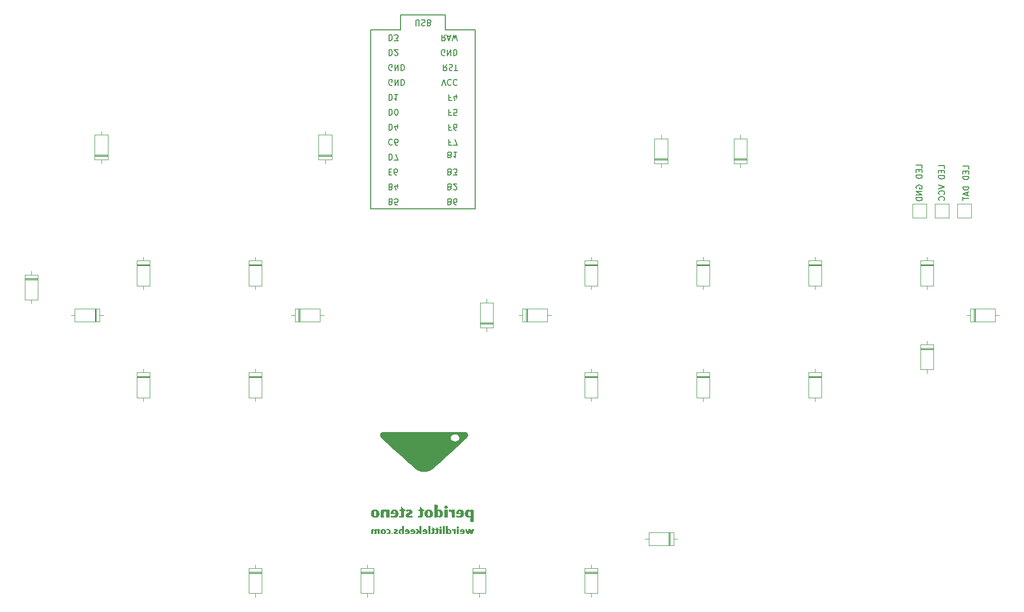
<source format=gbo>
%TF.GenerationSoftware,KiCad,Pcbnew,(6.0.9)*%
%TF.CreationDate,2023-02-21T23:40:31+05:30*%
%TF.ProjectId,Peridot Steno,50657269-646f-4742-9053-74656e6f2e6b,rev?*%
%TF.SameCoordinates,Original*%
%TF.FileFunction,Legend,Bot*%
%TF.FilePolarity,Positive*%
%FSLAX46Y46*%
G04 Gerber Fmt 4.6, Leading zero omitted, Abs format (unit mm)*
G04 Created by KiCad (PCBNEW (6.0.9)) date 2023-02-21 23:40:31*
%MOMM*%
%LPD*%
G01*
G04 APERTURE LIST*
%ADD10C,0.150000*%
%ADD11C,0.120000*%
%ADD12C,1.900000*%
%ADD13C,2.100000*%
%ADD14C,4.000000*%
%ADD15O,2.800000X2.000000*%
%ADD16O,2.500000X2.000000*%
%ADD17O,2.000000X2.500000*%
%ADD18O,2.000000X2.800000*%
%ADD19C,3.987800*%
%ADD20C,3.048000*%
%ADD21C,1.800000*%
%ADD22R,1.752600X1.752600*%
%ADD23C,1.752600*%
%ADD24R,1.600000X1.600000*%
%ADD25O,1.600000X1.600000*%
%ADD26R,2.000000X2.000000*%
G04 APERTURE END LIST*
D10*
%TO.C,U1*%
X147439047Y-51823928D02*
X147581904Y-51776309D01*
X147629523Y-51728690D01*
X147677142Y-51633452D01*
X147677142Y-51490595D01*
X147629523Y-51395357D01*
X147581904Y-51347738D01*
X147486666Y-51300119D01*
X147105713Y-51300119D01*
X147105713Y-52300119D01*
X147439047Y-52300119D01*
X147534285Y-52252500D01*
X147581904Y-52204880D01*
X147629523Y-52109642D01*
X147629523Y-52014404D01*
X147581904Y-51919166D01*
X147534285Y-51871547D01*
X147439047Y-51823928D01*
X147105713Y-51823928D01*
X148010475Y-52300119D02*
X148629523Y-52300119D01*
X148296189Y-51919166D01*
X148439047Y-51919166D01*
X148534285Y-51871547D01*
X148581904Y-51823928D01*
X148629523Y-51728690D01*
X148629523Y-51490595D01*
X148581904Y-51395357D01*
X148534285Y-51347738D01*
X148439047Y-51300119D01*
X148153332Y-51300119D01*
X148058094Y-51347738D01*
X148010475Y-51395357D01*
X147439047Y-54363928D02*
X147581904Y-54316309D01*
X147629523Y-54268690D01*
X147677142Y-54173452D01*
X147677142Y-54030595D01*
X147629523Y-53935357D01*
X147581904Y-53887738D01*
X147486666Y-53840119D01*
X147105713Y-53840119D01*
X147105713Y-54840119D01*
X147439047Y-54840119D01*
X147534285Y-54792500D01*
X147581904Y-54744880D01*
X147629523Y-54649642D01*
X147629523Y-54554404D01*
X147581904Y-54459166D01*
X147534285Y-54411547D01*
X147439047Y-54363928D01*
X147105713Y-54363928D01*
X148058094Y-54744880D02*
X148105713Y-54792500D01*
X148200951Y-54840119D01*
X148439047Y-54840119D01*
X148534285Y-54792500D01*
X148581904Y-54744880D01*
X148629523Y-54649642D01*
X148629523Y-54554404D01*
X148581904Y-54411547D01*
X148010475Y-53840119D01*
X148629523Y-53840119D01*
X141613095Y-26900119D02*
X141613095Y-26090595D01*
X141660714Y-25995357D01*
X141708333Y-25947738D01*
X141803571Y-25900119D01*
X141994047Y-25900119D01*
X142089285Y-25947738D01*
X142136904Y-25995357D01*
X142184523Y-26090595D01*
X142184523Y-26900119D01*
X142613095Y-25947738D02*
X142755952Y-25900119D01*
X142994047Y-25900119D01*
X143089285Y-25947738D01*
X143136904Y-25995357D01*
X143184523Y-26090595D01*
X143184523Y-26185833D01*
X143136904Y-26281071D01*
X143089285Y-26328690D01*
X142994047Y-26376309D01*
X142803571Y-26423928D01*
X142708333Y-26471547D01*
X142660714Y-26519166D01*
X142613095Y-26614404D01*
X142613095Y-26709642D01*
X142660714Y-26804880D01*
X142708333Y-26852500D01*
X142803571Y-26900119D01*
X143041666Y-26900119D01*
X143184523Y-26852500D01*
X143946428Y-26423928D02*
X144089285Y-26376309D01*
X144136904Y-26328690D01*
X144184523Y-26233452D01*
X144184523Y-26090595D01*
X144136904Y-25995357D01*
X144089285Y-25947738D01*
X143994047Y-25900119D01*
X143613095Y-25900119D01*
X143613095Y-26900119D01*
X143946428Y-26900119D01*
X144041666Y-26852500D01*
X144089285Y-26804880D01*
X144136904Y-26709642D01*
X144136904Y-26614404D01*
X144089285Y-26519166D01*
X144041666Y-26471547D01*
X143946428Y-26423928D01*
X143613095Y-26423928D01*
X147581904Y-41663928D02*
X147248571Y-41663928D01*
X147248571Y-41140119D02*
X147248571Y-42140119D01*
X147724761Y-42140119D01*
X148581904Y-42140119D02*
X148105714Y-42140119D01*
X148058095Y-41663928D01*
X148105714Y-41711547D01*
X148200952Y-41759166D01*
X148439047Y-41759166D01*
X148534285Y-41711547D01*
X148581904Y-41663928D01*
X148629523Y-41568690D01*
X148629523Y-41330595D01*
X148581904Y-41235357D01*
X148534285Y-41187738D01*
X148439047Y-41140119D01*
X148200952Y-41140119D01*
X148105714Y-41187738D01*
X148058095Y-41235357D01*
X147439047Y-48933928D02*
X147581904Y-48886309D01*
X147629523Y-48838690D01*
X147677142Y-48743452D01*
X147677142Y-48600595D01*
X147629523Y-48505357D01*
X147581904Y-48457738D01*
X147486666Y-48410119D01*
X147105713Y-48410119D01*
X147105713Y-49410119D01*
X147439047Y-49410119D01*
X147534285Y-49362500D01*
X147581904Y-49314880D01*
X147629523Y-49219642D01*
X147629523Y-49124404D01*
X147581904Y-49029166D01*
X147534285Y-48981547D01*
X147439047Y-48933928D01*
X147105713Y-48933928D01*
X148629523Y-48410119D02*
X148058094Y-48410119D01*
X148343809Y-48410119D02*
X148343809Y-49410119D01*
X148248570Y-49267261D01*
X148153332Y-49172023D01*
X148058094Y-49124404D01*
X137390238Y-54363928D02*
X137533095Y-54316309D01*
X137580714Y-54268690D01*
X137628333Y-54173452D01*
X137628333Y-54030595D01*
X137580714Y-53935357D01*
X137533095Y-53887738D01*
X137437857Y-53840119D01*
X137056904Y-53840119D01*
X137056904Y-54840119D01*
X137390238Y-54840119D01*
X137485476Y-54792500D01*
X137533095Y-54744880D01*
X137580714Y-54649642D01*
X137580714Y-54554404D01*
X137533095Y-54459166D01*
X137485476Y-54411547D01*
X137390238Y-54363928D01*
X137056904Y-54363928D01*
X138485476Y-54506785D02*
X138485476Y-53840119D01*
X138247380Y-54887738D02*
X138009285Y-54173452D01*
X138628333Y-54173452D01*
X137056904Y-43680119D02*
X137056904Y-44680119D01*
X137295000Y-44680119D01*
X137437857Y-44632500D01*
X137533095Y-44537261D01*
X137580714Y-44442023D01*
X137628333Y-44251547D01*
X137628333Y-44108690D01*
X137580714Y-43918214D01*
X137533095Y-43822976D01*
X137437857Y-43727738D01*
X137295000Y-43680119D01*
X137056904Y-43680119D01*
X138485476Y-44346785D02*
X138485476Y-43680119D01*
X138247380Y-44727738D02*
X138009285Y-44013452D01*
X138628333Y-44013452D01*
X137056904Y-41140119D02*
X137056904Y-42140119D01*
X137295000Y-42140119D01*
X137437857Y-42092500D01*
X137533095Y-41997261D01*
X137580714Y-41902023D01*
X137628333Y-41711547D01*
X137628333Y-41568690D01*
X137580714Y-41378214D01*
X137533095Y-41282976D01*
X137437857Y-41187738D01*
X137295000Y-41140119D01*
X137056904Y-41140119D01*
X138247380Y-42140119D02*
X138342619Y-42140119D01*
X138437857Y-42092500D01*
X138485476Y-42044880D01*
X138533095Y-41949642D01*
X138580714Y-41759166D01*
X138580714Y-41521071D01*
X138533095Y-41330595D01*
X138485476Y-41235357D01*
X138437857Y-41187738D01*
X138342619Y-41140119D01*
X138247380Y-41140119D01*
X138152142Y-41187738D01*
X138104523Y-41235357D01*
X138056904Y-41330595D01*
X138009285Y-41521071D01*
X138009285Y-41759166D01*
X138056904Y-41949642D01*
X138104523Y-42044880D01*
X138152142Y-42092500D01*
X138247380Y-42140119D01*
X147581904Y-46743928D02*
X147248571Y-46743928D01*
X147248571Y-46220119D02*
X147248571Y-47220119D01*
X147724761Y-47220119D01*
X148010476Y-47220119D02*
X148677142Y-47220119D01*
X148248571Y-46220119D01*
X146058094Y-37060119D02*
X146391428Y-36060119D01*
X146724761Y-37060119D01*
X147629523Y-36155357D02*
X147581904Y-36107738D01*
X147439047Y-36060119D01*
X147343808Y-36060119D01*
X147200951Y-36107738D01*
X147105713Y-36202976D01*
X147058094Y-36298214D01*
X147010475Y-36488690D01*
X147010475Y-36631547D01*
X147058094Y-36822023D01*
X147105713Y-36917261D01*
X147200951Y-37012500D01*
X147343808Y-37060119D01*
X147439047Y-37060119D01*
X147581904Y-37012500D01*
X147629523Y-36964880D01*
X148629523Y-36155357D02*
X148581904Y-36107738D01*
X148439047Y-36060119D01*
X148343808Y-36060119D01*
X148200951Y-36107738D01*
X148105713Y-36202976D01*
X148058094Y-36298214D01*
X148010475Y-36488690D01*
X148010475Y-36631547D01*
X148058094Y-36822023D01*
X148105713Y-36917261D01*
X148200951Y-37012500D01*
X148343808Y-37060119D01*
X148439047Y-37060119D01*
X148581904Y-37012500D01*
X148629523Y-36964880D01*
X137580714Y-34472500D02*
X137485476Y-34520119D01*
X137342619Y-34520119D01*
X137199761Y-34472500D01*
X137104523Y-34377261D01*
X137056904Y-34282023D01*
X137009285Y-34091547D01*
X137009285Y-33948690D01*
X137056904Y-33758214D01*
X137104523Y-33662976D01*
X137199761Y-33567738D01*
X137342619Y-33520119D01*
X137437857Y-33520119D01*
X137580714Y-33567738D01*
X137628333Y-33615357D01*
X137628333Y-33948690D01*
X137437857Y-33948690D01*
X138056904Y-33520119D02*
X138056904Y-34520119D01*
X138628333Y-33520119D01*
X138628333Y-34520119D01*
X139104523Y-33520119D02*
X139104523Y-34520119D01*
X139342619Y-34520119D01*
X139485476Y-34472500D01*
X139580714Y-34377261D01*
X139628333Y-34282023D01*
X139675952Y-34091547D01*
X139675952Y-33948690D01*
X139628333Y-33758214D01*
X139580714Y-33662976D01*
X139485476Y-33567738D01*
X139342619Y-33520119D01*
X139104523Y-33520119D01*
X146534285Y-31932500D02*
X146439047Y-31980119D01*
X146296190Y-31980119D01*
X146153332Y-31932500D01*
X146058094Y-31837261D01*
X146010475Y-31742023D01*
X145962856Y-31551547D01*
X145962856Y-31408690D01*
X146010475Y-31218214D01*
X146058094Y-31122976D01*
X146153332Y-31027738D01*
X146296190Y-30980119D01*
X146391428Y-30980119D01*
X146534285Y-31027738D01*
X146581904Y-31075357D01*
X146581904Y-31408690D01*
X146391428Y-31408690D01*
X147010475Y-30980119D02*
X147010475Y-31980119D01*
X147581904Y-30980119D01*
X147581904Y-31980119D01*
X148058094Y-30980119D02*
X148058094Y-31980119D01*
X148296190Y-31980119D01*
X148439047Y-31932500D01*
X148534285Y-31837261D01*
X148581904Y-31742023D01*
X148629523Y-31551547D01*
X148629523Y-31408690D01*
X148581904Y-31218214D01*
X148534285Y-31122976D01*
X148439047Y-31027738D01*
X148296190Y-30980119D01*
X148058094Y-30980119D01*
X147581904Y-39123928D02*
X147248571Y-39123928D01*
X147248571Y-38600119D02*
X147248571Y-39600119D01*
X147724761Y-39600119D01*
X148534285Y-39266785D02*
X148534285Y-38600119D01*
X148296190Y-39647738D02*
X148058095Y-38933452D01*
X148677142Y-38933452D01*
X137580714Y-37012500D02*
X137485476Y-37060119D01*
X137342619Y-37060119D01*
X137199761Y-37012500D01*
X137104523Y-36917261D01*
X137056904Y-36822023D01*
X137009285Y-36631547D01*
X137009285Y-36488690D01*
X137056904Y-36298214D01*
X137104523Y-36202976D01*
X137199761Y-36107738D01*
X137342619Y-36060119D01*
X137437857Y-36060119D01*
X137580714Y-36107738D01*
X137628333Y-36155357D01*
X137628333Y-36488690D01*
X137437857Y-36488690D01*
X138056904Y-36060119D02*
X138056904Y-37060119D01*
X138628333Y-36060119D01*
X138628333Y-37060119D01*
X139104523Y-36060119D02*
X139104523Y-37060119D01*
X139342619Y-37060119D01*
X139485476Y-37012500D01*
X139580714Y-36917261D01*
X139628333Y-36822023D01*
X139675952Y-36631547D01*
X139675952Y-36488690D01*
X139628333Y-36298214D01*
X139580714Y-36202976D01*
X139485476Y-36107738D01*
X139342619Y-36060119D01*
X139104523Y-36060119D01*
X147439047Y-56903928D02*
X147581904Y-56856309D01*
X147629523Y-56808690D01*
X147677142Y-56713452D01*
X147677142Y-56570595D01*
X147629523Y-56475357D01*
X147581904Y-56427738D01*
X147486666Y-56380119D01*
X147105713Y-56380119D01*
X147105713Y-57380119D01*
X147439047Y-57380119D01*
X147534285Y-57332500D01*
X147581904Y-57284880D01*
X147629523Y-57189642D01*
X147629523Y-57094404D01*
X147581904Y-56999166D01*
X147534285Y-56951547D01*
X147439047Y-56903928D01*
X147105713Y-56903928D01*
X148534285Y-57380119D02*
X148343809Y-57380119D01*
X148248570Y-57332500D01*
X148200951Y-57284880D01*
X148105713Y-57142023D01*
X148058094Y-56951547D01*
X148058094Y-56570595D01*
X148105713Y-56475357D01*
X148153332Y-56427738D01*
X148248570Y-56380119D01*
X148439047Y-56380119D01*
X148534285Y-56427738D01*
X148581904Y-56475357D01*
X148629523Y-56570595D01*
X148629523Y-56808690D01*
X148581904Y-56903928D01*
X148534285Y-56951547D01*
X148439047Y-56999166D01*
X148248570Y-56999166D01*
X148153332Y-56951547D01*
X148105713Y-56903928D01*
X148058094Y-56808690D01*
X137056904Y-30980119D02*
X137056904Y-31980119D01*
X137295000Y-31980119D01*
X137437857Y-31932500D01*
X137533095Y-31837261D01*
X137580714Y-31742023D01*
X137628333Y-31551547D01*
X137628333Y-31408690D01*
X137580714Y-31218214D01*
X137533095Y-31122976D01*
X137437857Y-31027738D01*
X137295000Y-30980119D01*
X137056904Y-30980119D01*
X138009285Y-31884880D02*
X138056904Y-31932500D01*
X138152142Y-31980119D01*
X138390238Y-31980119D01*
X138485476Y-31932500D01*
X138533095Y-31884880D01*
X138580714Y-31789642D01*
X138580714Y-31694404D01*
X138533095Y-31551547D01*
X137961666Y-30980119D01*
X138580714Y-30980119D01*
X137056904Y-48760119D02*
X137056904Y-49760119D01*
X137295000Y-49760119D01*
X137437857Y-49712500D01*
X137533095Y-49617261D01*
X137580714Y-49522023D01*
X137628333Y-49331547D01*
X137628333Y-49188690D01*
X137580714Y-48998214D01*
X137533095Y-48902976D01*
X137437857Y-48807738D01*
X137295000Y-48760119D01*
X137056904Y-48760119D01*
X137961666Y-49760119D02*
X138628333Y-49760119D01*
X138199761Y-48760119D01*
X137056904Y-51823928D02*
X137390238Y-51823928D01*
X137533095Y-51300119D02*
X137056904Y-51300119D01*
X137056904Y-52300119D01*
X137533095Y-52300119D01*
X138390238Y-52300119D02*
X138199761Y-52300119D01*
X138104523Y-52252500D01*
X138056904Y-52204880D01*
X137961666Y-52062023D01*
X137914047Y-51871547D01*
X137914047Y-51490595D01*
X137961666Y-51395357D01*
X138009285Y-51347738D01*
X138104523Y-51300119D01*
X138295000Y-51300119D01*
X138390238Y-51347738D01*
X138437857Y-51395357D01*
X138485476Y-51490595D01*
X138485476Y-51728690D01*
X138437857Y-51823928D01*
X138390238Y-51871547D01*
X138295000Y-51919166D01*
X138104523Y-51919166D01*
X138009285Y-51871547D01*
X137961666Y-51823928D01*
X137914047Y-51728690D01*
X147581904Y-44203928D02*
X147248571Y-44203928D01*
X147248571Y-43680119D02*
X147248571Y-44680119D01*
X147724761Y-44680119D01*
X148534285Y-44680119D02*
X148343809Y-44680119D01*
X148248571Y-44632500D01*
X148200952Y-44584880D01*
X148105714Y-44442023D01*
X148058095Y-44251547D01*
X148058095Y-43870595D01*
X148105714Y-43775357D01*
X148153333Y-43727738D01*
X148248571Y-43680119D01*
X148439047Y-43680119D01*
X148534285Y-43727738D01*
X148581904Y-43775357D01*
X148629523Y-43870595D01*
X148629523Y-44108690D01*
X148581904Y-44203928D01*
X148534285Y-44251547D01*
X148439047Y-44299166D01*
X148248571Y-44299166D01*
X148153333Y-44251547D01*
X148105714Y-44203928D01*
X148058095Y-44108690D01*
X137390238Y-56903928D02*
X137533095Y-56856309D01*
X137580714Y-56808690D01*
X137628333Y-56713452D01*
X137628333Y-56570595D01*
X137580714Y-56475357D01*
X137533095Y-56427738D01*
X137437857Y-56380119D01*
X137056904Y-56380119D01*
X137056904Y-57380119D01*
X137390238Y-57380119D01*
X137485476Y-57332500D01*
X137533095Y-57284880D01*
X137580714Y-57189642D01*
X137580714Y-57094404D01*
X137533095Y-56999166D01*
X137485476Y-56951547D01*
X137390238Y-56903928D01*
X137056904Y-56903928D01*
X138533095Y-57380119D02*
X138056904Y-57380119D01*
X138009285Y-56903928D01*
X138056904Y-56951547D01*
X138152142Y-56999166D01*
X138390238Y-56999166D01*
X138485476Y-56951547D01*
X138533095Y-56903928D01*
X138580714Y-56808690D01*
X138580714Y-56570595D01*
X138533095Y-56475357D01*
X138485476Y-56427738D01*
X138390238Y-56380119D01*
X138152142Y-56380119D01*
X138056904Y-56427738D01*
X138009285Y-56475357D01*
X137056904Y-28440119D02*
X137056904Y-29440119D01*
X137295000Y-29440119D01*
X137437857Y-29392500D01*
X137533095Y-29297261D01*
X137580714Y-29202023D01*
X137628333Y-29011547D01*
X137628333Y-28868690D01*
X137580714Y-28678214D01*
X137533095Y-28582976D01*
X137437857Y-28487738D01*
X137295000Y-28440119D01*
X137056904Y-28440119D01*
X137961666Y-29440119D02*
X138580714Y-29440119D01*
X138247380Y-29059166D01*
X138390238Y-29059166D01*
X138485476Y-29011547D01*
X138533095Y-28963928D01*
X138580714Y-28868690D01*
X138580714Y-28630595D01*
X138533095Y-28535357D01*
X138485476Y-28487738D01*
X138390238Y-28440119D01*
X138104523Y-28440119D01*
X138009285Y-28487738D01*
X137961666Y-28535357D01*
X137056904Y-38600119D02*
X137056904Y-39600119D01*
X137295000Y-39600119D01*
X137437857Y-39552500D01*
X137533095Y-39457261D01*
X137580714Y-39362023D01*
X137628333Y-39171547D01*
X137628333Y-39028690D01*
X137580714Y-38838214D01*
X137533095Y-38742976D01*
X137437857Y-38647738D01*
X137295000Y-38600119D01*
X137056904Y-38600119D01*
X138580714Y-38600119D02*
X138009285Y-38600119D01*
X138295000Y-38600119D02*
X138295000Y-39600119D01*
X138199761Y-39457261D01*
X138104523Y-39362023D01*
X138009285Y-39314404D01*
X146915237Y-33520119D02*
X146581904Y-33996309D01*
X146343809Y-33520119D02*
X146343809Y-34520119D01*
X146724761Y-34520119D01*
X146819999Y-34472500D01*
X146867618Y-34424880D01*
X146915237Y-34329642D01*
X146915237Y-34186785D01*
X146867618Y-34091547D01*
X146819999Y-34043928D01*
X146724761Y-33996309D01*
X146343809Y-33996309D01*
X147296190Y-33567738D02*
X147439047Y-33520119D01*
X147677142Y-33520119D01*
X147772380Y-33567738D01*
X147819999Y-33615357D01*
X147867618Y-33710595D01*
X147867618Y-33805833D01*
X147819999Y-33901071D01*
X147772380Y-33948690D01*
X147677142Y-33996309D01*
X147486666Y-34043928D01*
X147391428Y-34091547D01*
X147343809Y-34139166D01*
X147296190Y-34234404D01*
X147296190Y-34329642D01*
X147343809Y-34424880D01*
X147391428Y-34472500D01*
X147486666Y-34520119D01*
X147724761Y-34520119D01*
X147867618Y-34472500D01*
X148153333Y-34520119D02*
X148724761Y-34520119D01*
X148439047Y-33520119D02*
X148439047Y-34520119D01*
X137628333Y-46315357D02*
X137580714Y-46267738D01*
X137437857Y-46220119D01*
X137342619Y-46220119D01*
X137199761Y-46267738D01*
X137104523Y-46362976D01*
X137056904Y-46458214D01*
X137009285Y-46648690D01*
X137009285Y-46791547D01*
X137056904Y-46982023D01*
X137104523Y-47077261D01*
X137199761Y-47172500D01*
X137342619Y-47220119D01*
X137437857Y-47220119D01*
X137580714Y-47172500D01*
X137628333Y-47124880D01*
X138485476Y-47220119D02*
X138295000Y-47220119D01*
X138199761Y-47172500D01*
X138152142Y-47124880D01*
X138056904Y-46982023D01*
X138009285Y-46791547D01*
X138009285Y-46410595D01*
X138056904Y-46315357D01*
X138104523Y-46267738D01*
X138199761Y-46220119D01*
X138390238Y-46220119D01*
X138485476Y-46267738D01*
X138533095Y-46315357D01*
X138580714Y-46410595D01*
X138580714Y-46648690D01*
X138533095Y-46743928D01*
X138485476Y-46791547D01*
X138390238Y-46839166D01*
X138199761Y-46839166D01*
X138104523Y-46791547D01*
X138056904Y-46743928D01*
X138009285Y-46648690D01*
X146629523Y-28440119D02*
X146296190Y-28916309D01*
X146058095Y-28440119D02*
X146058095Y-29440119D01*
X146439047Y-29440119D01*
X146534285Y-29392500D01*
X146581904Y-29344880D01*
X146629523Y-29249642D01*
X146629523Y-29106785D01*
X146581904Y-29011547D01*
X146534285Y-28963928D01*
X146439047Y-28916309D01*
X146058095Y-28916309D01*
X147010476Y-28725833D02*
X147486666Y-28725833D01*
X146915238Y-28440119D02*
X147248571Y-29440119D01*
X147581904Y-28440119D01*
X147820000Y-29440119D02*
X148058095Y-28440119D01*
X148248571Y-29154404D01*
X148439047Y-28440119D01*
X148677142Y-29440119D01*
%TO.C,J3*%
X227782380Y-51109880D02*
X227782380Y-50633690D01*
X226782380Y-50633690D01*
X227258571Y-51443214D02*
X227258571Y-51776547D01*
X227782380Y-51919404D02*
X227782380Y-51443214D01*
X226782380Y-51443214D01*
X226782380Y-51919404D01*
X227782380Y-52347976D02*
X226782380Y-52347976D01*
X226782380Y-52586071D01*
X226830000Y-52728928D01*
X226925238Y-52824166D01*
X227020476Y-52871785D01*
X227210952Y-52919404D01*
X227353809Y-52919404D01*
X227544285Y-52871785D01*
X227639523Y-52824166D01*
X227734761Y-52728928D01*
X227782380Y-52586071D01*
X227782380Y-52347976D01*
X226830000Y-54633690D02*
X226782380Y-54538452D01*
X226782380Y-54395595D01*
X226830000Y-54252738D01*
X226925238Y-54157500D01*
X227020476Y-54109880D01*
X227210952Y-54062261D01*
X227353809Y-54062261D01*
X227544285Y-54109880D01*
X227639523Y-54157500D01*
X227734761Y-54252738D01*
X227782380Y-54395595D01*
X227782380Y-54490833D01*
X227734761Y-54633690D01*
X227687142Y-54681309D01*
X227353809Y-54681309D01*
X227353809Y-54490833D01*
X227782380Y-55109880D02*
X226782380Y-55109880D01*
X227782380Y-55681309D01*
X226782380Y-55681309D01*
X227782380Y-56157500D02*
X226782380Y-56157500D01*
X226782380Y-56395595D01*
X226830000Y-56538452D01*
X226925238Y-56633690D01*
X227020476Y-56681309D01*
X227210952Y-56728928D01*
X227353809Y-56728928D01*
X227544285Y-56681309D01*
X227639523Y-56633690D01*
X227734761Y-56538452D01*
X227782380Y-56395595D01*
X227782380Y-56157500D01*
%TO.C,J1*%
X231592380Y-51205119D02*
X231592380Y-50728928D01*
X230592380Y-50728928D01*
X231068571Y-51538452D02*
X231068571Y-51871785D01*
X231592380Y-52014642D02*
X231592380Y-51538452D01*
X230592380Y-51538452D01*
X230592380Y-52014642D01*
X231592380Y-52443214D02*
X230592380Y-52443214D01*
X230592380Y-52681309D01*
X230640000Y-52824166D01*
X230735238Y-52919404D01*
X230830476Y-52967023D01*
X231020952Y-53014642D01*
X231163809Y-53014642D01*
X231354285Y-52967023D01*
X231449523Y-52919404D01*
X231544761Y-52824166D01*
X231592380Y-52681309D01*
X231592380Y-52443214D01*
X230592380Y-54062261D02*
X231592380Y-54395595D01*
X230592380Y-54728928D01*
X231497142Y-55633690D02*
X231544761Y-55586071D01*
X231592380Y-55443214D01*
X231592380Y-55347976D01*
X231544761Y-55205119D01*
X231449523Y-55109880D01*
X231354285Y-55062261D01*
X231163809Y-55014642D01*
X231020952Y-55014642D01*
X230830476Y-55062261D01*
X230735238Y-55109880D01*
X230640000Y-55205119D01*
X230592380Y-55347976D01*
X230592380Y-55443214D01*
X230640000Y-55586071D01*
X230687619Y-55633690D01*
X231497142Y-56633690D02*
X231544761Y-56586071D01*
X231592380Y-56443214D01*
X231592380Y-56347976D01*
X231544761Y-56205119D01*
X231449523Y-56109880D01*
X231354285Y-56062261D01*
X231163809Y-56014642D01*
X231020952Y-56014642D01*
X230830476Y-56062261D01*
X230735238Y-56109880D01*
X230640000Y-56205119D01*
X230592380Y-56347976D01*
X230592380Y-56443214D01*
X230640000Y-56586071D01*
X230687619Y-56633690D01*
%TO.C,J2*%
X235719880Y-51324166D02*
X235719880Y-50847976D01*
X234719880Y-50847976D01*
X235196071Y-51657500D02*
X235196071Y-51990833D01*
X235719880Y-52133690D02*
X235719880Y-51657500D01*
X234719880Y-51657500D01*
X234719880Y-52133690D01*
X235719880Y-52562261D02*
X234719880Y-52562261D01*
X234719880Y-52800357D01*
X234767500Y-52943214D01*
X234862738Y-53038452D01*
X234957976Y-53086071D01*
X235148452Y-53133690D01*
X235291309Y-53133690D01*
X235481785Y-53086071D01*
X235577023Y-53038452D01*
X235672261Y-52943214D01*
X235719880Y-52800357D01*
X235719880Y-52562261D01*
X235719880Y-54324166D02*
X234719880Y-54324166D01*
X234719880Y-54562261D01*
X234767500Y-54705119D01*
X234862738Y-54800357D01*
X234957976Y-54847976D01*
X235148452Y-54895595D01*
X235291309Y-54895595D01*
X235481785Y-54847976D01*
X235577023Y-54800357D01*
X235672261Y-54705119D01*
X235719880Y-54562261D01*
X235719880Y-54324166D01*
X235434166Y-55276547D02*
X235434166Y-55752738D01*
X235719880Y-55181309D02*
X234719880Y-55514642D01*
X235719880Y-55847976D01*
X234719880Y-56038452D02*
X234719880Y-56609880D01*
X235719880Y-56324166D02*
X234719880Y-56324166D01*
%TO.C,U1*%
X133985000Y-58102500D02*
X133985000Y-27622500D01*
X151765000Y-58102500D02*
X133985000Y-58102500D01*
X139065000Y-27622500D02*
X139065000Y-25082500D01*
X151765000Y-27622500D02*
X151765000Y-58102500D01*
X146685000Y-25082500D02*
X146685000Y-27622500D01*
X133985000Y-27622500D02*
X139065000Y-27622500D01*
X139065000Y-25082500D02*
X146685000Y-25082500D01*
X146685000Y-27622500D02*
X151765000Y-27622500D01*
D11*
%TO.C,D27*%
X152400000Y-118673750D02*
X152400000Y-119323750D01*
X151280000Y-119923750D02*
X153520000Y-119923750D01*
X151280000Y-123563750D02*
X151280000Y-119323750D01*
X153520000Y-123563750D02*
X151280000Y-123563750D01*
X151280000Y-120043750D02*
X153520000Y-120043750D01*
X151280000Y-120163750D02*
X153520000Y-120163750D01*
X151280000Y-119323750D02*
X153520000Y-119323750D01*
X153520000Y-119323750D02*
X153520000Y-123563750D01*
X152400000Y-124213750D02*
X152400000Y-123563750D01*
%TO.C,D41*%
X227480000Y-67536250D02*
X229720000Y-67536250D01*
X227480000Y-67776250D02*
X229720000Y-67776250D01*
X227480000Y-71176250D02*
X227480000Y-66936250D01*
X229720000Y-66936250D02*
X229720000Y-71176250D01*
X227480000Y-66936250D02*
X229720000Y-66936250D01*
X229720000Y-71176250D02*
X227480000Y-71176250D01*
X228600000Y-71826250D02*
X228600000Y-71176250D01*
X228600000Y-66286250D02*
X228600000Y-66936250D01*
X227480000Y-67656250D02*
X229720000Y-67656250D01*
%TO.C,D33*%
X189380000Y-67656250D02*
X191620000Y-67656250D01*
X189380000Y-71176250D02*
X189380000Y-66936250D01*
X190500000Y-71826250D02*
X190500000Y-71176250D01*
X189380000Y-67536250D02*
X191620000Y-67536250D01*
X189380000Y-67776250D02*
X191620000Y-67776250D01*
X189380000Y-66936250D02*
X191620000Y-66936250D01*
X190500000Y-66286250D02*
X190500000Y-66936250D01*
X191620000Y-66936250D02*
X191620000Y-71176250D01*
X191620000Y-71176250D02*
X189380000Y-71176250D01*
%TO.C,D30*%
X191620000Y-85986250D02*
X191620000Y-90226250D01*
X189380000Y-86586250D02*
X191620000Y-86586250D01*
X189380000Y-90226250D02*
X189380000Y-85986250D01*
X190500000Y-85336250D02*
X190500000Y-85986250D01*
X189380000Y-85986250D02*
X191620000Y-85986250D01*
X191620000Y-90226250D02*
X189380000Y-90226250D01*
X189380000Y-86706250D02*
X191620000Y-86706250D01*
X189380000Y-86826250D02*
X191620000Y-86826250D01*
X190500000Y-90876250D02*
X190500000Y-90226250D01*
%TO.C,D31*%
X172570000Y-119323750D02*
X172570000Y-123563750D01*
X170330000Y-120163750D02*
X172570000Y-120163750D01*
X171450000Y-118673750D02*
X171450000Y-119323750D01*
X171450000Y-124213750D02*
X171450000Y-123563750D01*
X170330000Y-119923750D02*
X172570000Y-119923750D01*
X170330000Y-119323750D02*
X172570000Y-119323750D01*
X170330000Y-123563750D02*
X170330000Y-119323750D01*
X170330000Y-120043750D02*
X172570000Y-120043750D01*
X172570000Y-123563750D02*
X170330000Y-123563750D01*
%TO.C,D12*%
X113180000Y-85986250D02*
X115420000Y-85986250D01*
X115420000Y-90226250D02*
X113180000Y-90226250D01*
X113180000Y-86706250D02*
X115420000Y-86706250D01*
X113180000Y-86586250D02*
X115420000Y-86586250D01*
X113180000Y-86826250D02*
X115420000Y-86826250D01*
X114300000Y-90876250D02*
X114300000Y-90226250D01*
X115420000Y-85986250D02*
X115420000Y-90226250D01*
X113180000Y-90226250D02*
X113180000Y-85986250D01*
X114300000Y-85336250D02*
X114300000Y-85986250D01*
%TO.C,D22*%
X132230000Y-123563750D02*
X132230000Y-119323750D01*
X134470000Y-119323750D02*
X134470000Y-123563750D01*
X133350000Y-124213750D02*
X133350000Y-123563750D01*
X132230000Y-119923750D02*
X134470000Y-119923750D01*
X134470000Y-123563750D02*
X132230000Y-123563750D01*
X132230000Y-120043750D02*
X134470000Y-120043750D01*
X132230000Y-120163750D02*
X134470000Y-120163750D01*
X133350000Y-118673750D02*
X133350000Y-119323750D01*
X132230000Y-119323750D02*
X134470000Y-119323750D01*
%TO.C,D42*%
X240245000Y-77320000D02*
X236005000Y-77320000D01*
X236725000Y-77320000D02*
X236725000Y-75080000D01*
X236605000Y-77320000D02*
X236605000Y-75080000D01*
X236005000Y-75080000D02*
X240245000Y-75080000D01*
X240245000Y-75080000D02*
X240245000Y-77320000D01*
X240895000Y-76200000D02*
X240245000Y-76200000D01*
X235355000Y-76200000D02*
X236005000Y-76200000D01*
X236845000Y-77320000D02*
X236845000Y-75080000D01*
X236005000Y-77320000D02*
X236005000Y-75080000D01*
%TO.C,D37*%
X208430000Y-67776250D02*
X210670000Y-67776250D01*
X209550000Y-66286250D02*
X209550000Y-66936250D01*
X208430000Y-66936250D02*
X210670000Y-66936250D01*
X208430000Y-71176250D02*
X208430000Y-66936250D01*
X210670000Y-66936250D02*
X210670000Y-71176250D01*
X210670000Y-71176250D02*
X208430000Y-71176250D01*
X208430000Y-67536250D02*
X210670000Y-67536250D01*
X208430000Y-67656250D02*
X210670000Y-67656250D01*
X209550000Y-71826250D02*
X209550000Y-71176250D01*
%TO.C,D1*%
X89226250Y-45505000D02*
X89226250Y-49745000D01*
X89226250Y-49025000D02*
X86986250Y-49025000D01*
X86986250Y-45505000D02*
X89226250Y-45505000D01*
X89226250Y-49745000D02*
X86986250Y-49745000D01*
X89226250Y-48905000D02*
X86986250Y-48905000D01*
X86986250Y-49745000D02*
X86986250Y-45505000D01*
X88106250Y-50395000D02*
X88106250Y-49745000D01*
X88106250Y-44855000D02*
X88106250Y-45505000D01*
X89226250Y-49145000D02*
X86986250Y-49145000D01*
%TO.C,D17*%
X120420000Y-76200000D02*
X121070000Y-76200000D01*
X121790000Y-77320000D02*
X121790000Y-75080000D01*
X121910000Y-77320000D02*
X121910000Y-75080000D01*
X121070000Y-77320000D02*
X121070000Y-75080000D01*
X125960000Y-76200000D02*
X125310000Y-76200000D01*
X125310000Y-77320000D02*
X121070000Y-77320000D01*
X121670000Y-77320000D02*
X121670000Y-75080000D01*
X121070000Y-75080000D02*
X125310000Y-75080000D01*
X125310000Y-75080000D02*
X125310000Y-77320000D01*
%TO.C,G\u002A\u002A\u002A*%
G36*
X140600783Y-113141981D02*
G01*
X140595099Y-113169180D01*
X140544924Y-113305637D01*
X140463737Y-113403859D01*
X140347828Y-113468635D01*
X140337083Y-113471852D01*
X140273292Y-113481327D01*
X140180929Y-113487309D01*
X140073289Y-113489846D01*
X139963672Y-113488986D01*
X139865375Y-113484777D01*
X139791695Y-113477267D01*
X139755930Y-113466503D01*
X139753608Y-113462996D01*
X139748994Y-113421473D01*
X139756212Y-113356173D01*
X139766298Y-113312446D01*
X139785937Y-113279044D01*
X139817019Y-113280964D01*
X139860387Y-113296896D01*
X139979517Y-113321898D01*
X140089268Y-113320366D01*
X140177500Y-113293433D01*
X140232072Y-113242231D01*
X140242157Y-113222539D01*
X140254665Y-113184409D01*
X140243361Y-113160020D01*
X140201376Y-113146347D01*
X140121843Y-113140363D01*
X139997891Y-113139041D01*
X139737751Y-113139041D01*
X139752781Y-113012137D01*
X139764081Y-112943639D01*
X139768257Y-112932102D01*
X140052778Y-112932102D01*
X140058852Y-112963748D01*
X140088479Y-112980939D01*
X140155404Y-112985101D01*
X140216682Y-112981965D01*
X140249971Y-112966664D01*
X140258030Y-112932102D01*
X140245730Y-112861900D01*
X140208218Y-112802868D01*
X140155404Y-112779849D01*
X140108084Y-112798098D01*
X140068294Y-112853748D01*
X140052778Y-112932102D01*
X139768257Y-112932102D01*
X139815062Y-112802790D01*
X139897473Y-112701976D01*
X140009350Y-112642455D01*
X140148729Y-112625487D01*
X140313647Y-112652332D01*
X140401201Y-112693120D01*
X140494305Y-112778640D01*
X140563746Y-112890727D01*
X140576296Y-112932102D01*
X140601811Y-113016225D01*
X140600783Y-113141981D01*
G37*
G36*
X148679798Y-112600535D02*
G01*
X148763006Y-112604935D01*
X148852980Y-112615727D01*
X148942778Y-112630637D01*
X148943888Y-113051607D01*
X148944998Y-113472576D01*
X148564343Y-113472576D01*
X148580379Y-113392399D01*
X148581735Y-113384348D01*
X148587484Y-113319784D01*
X148592146Y-113218777D01*
X148595272Y-113093527D01*
X148596414Y-112956238D01*
X148596414Y-112600253D01*
X148679798Y-112600535D01*
G37*
G36*
X150705560Y-112610294D02*
G01*
X150778044Y-112620631D01*
X150866173Y-112625909D01*
X150948709Y-112625909D01*
X151010118Y-112893388D01*
X151071528Y-113160867D01*
X151103819Y-113053742D01*
X151117123Y-113005011D01*
X151141006Y-112901081D01*
X151161041Y-112795694D01*
X151173178Y-112727728D01*
X151186999Y-112663266D01*
X151196446Y-112634295D01*
X151199436Y-112632353D01*
X151239093Y-112628264D01*
X151307352Y-112632673D01*
X151388255Y-112643176D01*
X151465843Y-112657365D01*
X151524157Y-112672835D01*
X151547238Y-112687180D01*
X151544527Y-112702284D01*
X151529280Y-112761032D01*
X151502855Y-112854230D01*
X151467830Y-112972873D01*
X151426782Y-113107959D01*
X151306006Y-113500211D01*
X151113499Y-113492808D01*
X150920992Y-113485404D01*
X150872493Y-113318637D01*
X150845905Y-113233208D01*
X150821421Y-113165270D01*
X150805070Y-113131957D01*
X150802087Y-113131039D01*
X150785323Y-113156075D01*
X150762555Y-113217919D01*
X150737816Y-113306121D01*
X150689488Y-113500197D01*
X150496032Y-113492801D01*
X150302576Y-113485404D01*
X150168932Y-113100556D01*
X150141283Y-113020307D01*
X150099118Y-112895229D01*
X150065273Y-112791393D01*
X150042671Y-112717847D01*
X150034235Y-112683637D01*
X150038277Y-112672895D01*
X150080703Y-112656810D01*
X150171130Y-112651566D01*
X150309078Y-112651566D01*
X150363732Y-112888889D01*
X150376628Y-112945760D01*
X150398427Y-113046483D01*
X150413820Y-113123899D01*
X150420088Y-113164697D01*
X150422494Y-113167148D01*
X150435336Y-113137561D01*
X150456620Y-113071851D01*
X150483402Y-112978669D01*
X150494401Y-112939601D01*
X150528061Y-112829782D01*
X150560591Y-112735724D01*
X150586248Y-112674418D01*
X150613023Y-112629650D01*
X150648891Y-112605817D01*
X150705560Y-112610294D01*
G37*
G36*
X142431513Y-108823012D02*
G01*
X142487277Y-108888227D01*
X142489683Y-108892064D01*
X142555413Y-108977222D01*
X142648567Y-109075451D01*
X142754559Y-109173248D01*
X142858799Y-109257107D01*
X142946700Y-109313524D01*
X142978110Y-109330005D01*
X143029014Y-109365026D01*
X143050303Y-109405790D01*
X143054596Y-109470673D01*
X143054368Y-109504750D01*
X143047123Y-109552443D01*
X143018702Y-109570169D01*
X142954557Y-109572778D01*
X142854517Y-109572778D01*
X142845344Y-110002526D01*
X142840110Y-110177505D01*
X142830729Y-110322525D01*
X142815198Y-110430417D01*
X142791207Y-110508512D01*
X142756448Y-110564138D01*
X142708611Y-110604623D01*
X142645389Y-110637298D01*
X142607768Y-110650812D01*
X142534044Y-110664556D01*
X142433259Y-110669468D01*
X142293517Y-110666535D01*
X142217115Y-110662947D01*
X142117183Y-110656426D01*
X142044583Y-110649395D01*
X142011295Y-110642859D01*
X142004093Y-110628910D01*
X141997540Y-110575162D01*
X141998801Y-110497948D01*
X141999988Y-110481510D01*
X142008894Y-110411116D01*
X142024139Y-110380033D01*
X142050114Y-110378001D01*
X142081631Y-110386794D01*
X142146626Y-110405175D01*
X142191290Y-110406265D01*
X142262081Y-110371051D01*
X142270557Y-110364039D01*
X142292130Y-110341838D01*
X142307215Y-110312502D01*
X142317263Y-110267198D01*
X142323725Y-110197090D01*
X142328050Y-110093343D01*
X142331691Y-109947124D01*
X142339998Y-109572778D01*
X142089780Y-109572778D01*
X142037690Y-109318494D01*
X142177766Y-109310939D01*
X142317841Y-109303384D01*
X142312695Y-109053233D01*
X142307548Y-108803081D01*
X142371101Y-108803081D01*
X142431513Y-108823012D01*
G37*
G36*
X145754949Y-112600535D02*
G01*
X145838155Y-112604931D01*
X145928131Y-112615713D01*
X146017929Y-112630609D01*
X146019549Y-113051592D01*
X146021168Y-113472576D01*
X145830546Y-113472576D01*
X145767761Y-113472382D01*
X145696330Y-113469789D01*
X145660416Y-113461518D01*
X145650083Y-113444297D01*
X145655395Y-113414849D01*
X145657606Y-113402742D01*
X145662870Y-113340272D01*
X145667156Y-113241536D01*
X145670069Y-113117389D01*
X145671215Y-112978687D01*
X145671566Y-112600253D01*
X145754949Y-112600535D01*
G37*
G36*
X138673993Y-110171272D02*
G01*
X138619361Y-110345639D01*
X138526642Y-110486477D01*
X138396891Y-110592431D01*
X138231162Y-110662145D01*
X138212801Y-110666872D01*
X138080593Y-110686641D01*
X137921861Y-110692869D01*
X137755770Y-110686202D01*
X137601482Y-110667284D01*
X137478161Y-110636763D01*
X137353745Y-110592482D01*
X137371596Y-110448236D01*
X137379661Y-110386939D01*
X137389256Y-110324450D01*
X137395346Y-110297753D01*
X137403883Y-110298816D01*
X137446917Y-110315281D01*
X137512734Y-110345381D01*
X137616437Y-110381252D01*
X137752095Y-110399663D01*
X137884500Y-110392403D01*
X137993404Y-110358902D01*
X137993870Y-110358660D01*
X138074165Y-110294376D01*
X138131992Y-110205723D01*
X138154192Y-110112840D01*
X138153325Y-110098499D01*
X138145510Y-110082877D01*
X138123313Y-110072214D01*
X138079346Y-110065564D01*
X138006224Y-110061984D01*
X137896562Y-110060528D01*
X137742972Y-110060253D01*
X137331753Y-110060253D01*
X137348064Y-109887071D01*
X137348906Y-109880657D01*
X137820657Y-109880657D01*
X138156517Y-109880657D01*
X138139097Y-109784445D01*
X138137317Y-109774957D01*
X138104288Y-109660411D01*
X138058107Y-109577298D01*
X138004148Y-109535530D01*
X137927945Y-109531936D01*
X137869952Y-109573451D01*
X137833383Y-109657111D01*
X137820657Y-109779701D01*
X137820657Y-109880657D01*
X137348906Y-109880657D01*
X137360001Y-109796186D01*
X137408755Y-109617114D01*
X137486593Y-109475939D01*
X137592012Y-109375810D01*
X137593049Y-109375124D01*
X137646976Y-109342022D01*
X137696764Y-109321025D01*
X137756274Y-109309406D01*
X137839364Y-109304435D01*
X137959894Y-109303384D01*
X138002135Y-109303521D01*
X138117711Y-109306641D01*
X138200276Y-109315524D01*
X138263914Y-109332339D01*
X138322710Y-109359254D01*
X138409697Y-109414460D01*
X138538728Y-109540982D01*
X138629793Y-109697449D01*
X138679961Y-109878073D01*
X138680043Y-109880657D01*
X138686299Y-110077064D01*
X138673993Y-110171272D01*
G37*
G36*
X140552044Y-109318471D02*
G01*
X140696752Y-109330573D01*
X140807466Y-109355697D01*
X140894151Y-109396435D01*
X140966773Y-109455379D01*
X141005756Y-109499208D01*
X141061397Y-109605496D01*
X141067314Y-109720082D01*
X141024131Y-109847229D01*
X140995587Y-109898957D01*
X140959115Y-109945927D01*
X140907996Y-109989254D01*
X140831738Y-110037649D01*
X140719848Y-110099821D01*
X140623786Y-110153565D01*
X140533279Y-110211305D01*
X140478221Y-110258487D01*
X140451774Y-110300221D01*
X140451526Y-110300925D01*
X140445027Y-110372341D01*
X140478114Y-110421673D01*
X140543521Y-110447638D01*
X140633983Y-110448952D01*
X140742236Y-110424333D01*
X140861014Y-110372497D01*
X140999918Y-110297264D01*
X141054944Y-110462619D01*
X141055429Y-110464077D01*
X141081524Y-110548093D01*
X141097519Y-110610533D01*
X141099969Y-110637978D01*
X141073919Y-110645877D01*
X141010426Y-110658122D01*
X140924150Y-110671657D01*
X140860812Y-110679718D01*
X140691951Y-110693261D01*
X140524398Y-110696848D01*
X140374485Y-110690422D01*
X140258545Y-110673928D01*
X140179851Y-110649488D01*
X140056074Y-110578671D01*
X139965208Y-110480908D01*
X139913330Y-110363778D01*
X139906516Y-110234860D01*
X139924717Y-110156394D01*
X139964068Y-110083176D01*
X140030778Y-110015497D01*
X140131998Y-109946240D01*
X140274882Y-109868286D01*
X140288712Y-109861203D01*
X140415389Y-109791461D01*
X140496822Y-109734618D01*
X140536011Y-109687180D01*
X140535955Y-109645653D01*
X140499654Y-109606545D01*
X140424314Y-109576552D01*
X140321605Y-109585170D01*
X140193082Y-109636040D01*
X140141965Y-109661209D01*
X140086513Y-109686297D01*
X140062823Y-109693767D01*
X140062438Y-109693271D01*
X140048502Y-109665234D01*
X140021916Y-109606955D01*
X139989451Y-109533826D01*
X139957878Y-109461243D01*
X139933969Y-109404599D01*
X139924495Y-109379287D01*
X139944160Y-109366673D01*
X140004678Y-109352228D01*
X140095023Y-109338579D01*
X140203940Y-109327121D01*
X140320175Y-109319249D01*
X140432475Y-109316356D01*
X140552044Y-109318471D01*
G37*
G36*
X136201114Y-109304302D02*
G01*
X136379401Y-109355275D01*
X136569899Y-109438910D01*
X136570989Y-109439342D01*
X136583846Y-109421266D01*
X136589141Y-109369514D01*
X136589141Y-109290257D01*
X136813636Y-109304863D01*
X136852377Y-109307481D01*
X136956980Y-109315523D01*
X137041132Y-109323352D01*
X137089444Y-109329591D01*
X137098028Y-109331651D01*
X137111730Y-109339357D01*
X137122141Y-109356965D01*
X137129711Y-109390392D01*
X137134892Y-109445552D01*
X137138135Y-109528363D01*
X137139893Y-109644738D01*
X137140617Y-109800595D01*
X137140758Y-110001849D01*
X137140758Y-110663985D01*
X136569906Y-110666387D01*
X136583251Y-110221934D01*
X136584960Y-110163561D01*
X136588523Y-110015133D01*
X136589151Y-109907562D01*
X136586355Y-109832994D01*
X136579645Y-109783577D01*
X136568533Y-109751459D01*
X136552529Y-109728787D01*
X136551068Y-109727188D01*
X136473470Y-109668773D01*
X136381107Y-109634920D01*
X136296582Y-109634002D01*
X136274470Y-109641537D01*
X136236488Y-109670232D01*
X136209327Y-109721080D01*
X136192001Y-109799844D01*
X136183521Y-109912289D01*
X136182901Y-110064180D01*
X136189154Y-110261281D01*
X136206971Y-110683159D01*
X136109420Y-110667039D01*
X136034059Y-110658897D01*
X135929823Y-110653011D01*
X135819444Y-110650677D01*
X135627020Y-110650435D01*
X135643351Y-110143677D01*
X135643654Y-110134403D01*
X135650347Y-109972007D01*
X135658969Y-109821834D01*
X135668780Y-109693655D01*
X135679038Y-109597239D01*
X135689001Y-109542357D01*
X135697285Y-109519711D01*
X135757274Y-109424895D01*
X135843867Y-109345886D01*
X135939165Y-109300021D01*
X136043181Y-109287784D01*
X136201114Y-109304302D01*
G37*
G36*
X146755556Y-109305660D02*
G01*
X146835026Y-109311427D01*
X146932685Y-109320095D01*
X147001934Y-109328226D01*
X147031364Y-109334621D01*
X147034519Y-109356319D01*
X147038031Y-109423259D01*
X147041281Y-109528501D01*
X147044098Y-109665107D01*
X147046314Y-109826139D01*
X147047758Y-110004656D01*
X147051324Y-110663182D01*
X146492576Y-110663182D01*
X146492576Y-109288207D01*
X146755556Y-109305660D01*
G37*
G36*
X148833762Y-112216891D02*
G01*
X148898791Y-112232963D01*
X148941323Y-112272426D01*
X148975572Y-112345725D01*
X148969510Y-112425921D01*
X148913661Y-112495764D01*
X148867547Y-112526218D01*
X148782025Y-112546994D01*
X148690940Y-112519442D01*
X148656148Y-112498693D01*
X148609878Y-112446821D01*
X148596807Y-112371364D01*
X148597034Y-112360359D01*
X148622714Y-112281583D01*
X148688584Y-112232387D01*
X148791360Y-112215404D01*
X148833762Y-112216891D01*
G37*
G36*
X143611584Y-113158712D02*
G01*
X143582297Y-113278827D01*
X143517755Y-113370618D01*
X143413788Y-113442448D01*
X143371702Y-113462952D01*
X143315690Y-113482942D01*
X143252702Y-113493008D01*
X143168011Y-113495105D01*
X143046892Y-113491189D01*
X142979117Y-113487438D01*
X142880013Y-113478688D01*
X142807787Y-113468092D01*
X142774650Y-113457176D01*
X142772858Y-113454728D01*
X142766941Y-113412394D01*
X142777253Y-113348467D01*
X142787329Y-113316164D01*
X142810849Y-113279614D01*
X142844243Y-113280868D01*
X142875080Y-113292743D01*
X143001522Y-113322989D01*
X143113414Y-113321390D01*
X143201311Y-113289170D01*
X143255766Y-113227553D01*
X143276000Y-113180020D01*
X143285505Y-113150662D01*
X143274394Y-113147285D01*
X143222080Y-113143033D01*
X143136642Y-113140121D01*
X143028939Y-113139041D01*
X142772374Y-113139041D01*
X142772517Y-113055657D01*
X142779366Y-112965844D01*
X142786180Y-112943601D01*
X143063438Y-112943601D01*
X143067510Y-112972275D01*
X143098884Y-112983300D01*
X143169562Y-112985101D01*
X143238258Y-112981951D01*
X143275721Y-112968352D01*
X143285505Y-112939497D01*
X143284001Y-112921629D01*
X143257338Y-112855482D01*
X143209165Y-112801912D01*
X143154962Y-112779849D01*
X143131144Y-112781497D01*
X143106188Y-112796084D01*
X143088147Y-112836282D01*
X143069078Y-112914546D01*
X143063438Y-112943601D01*
X142786180Y-112943601D01*
X142822493Y-112825062D01*
X142902248Y-112714249D01*
X142913737Y-112703401D01*
X142957621Y-112668250D01*
X143004139Y-112648805D01*
X143069504Y-112640492D01*
X143169931Y-112638738D01*
X143219120Y-112639214D01*
X143313196Y-112645622D01*
X143378135Y-112662035D01*
X143429571Y-112691636D01*
X143464275Y-112718971D01*
X143546814Y-112807040D01*
X143593419Y-112909506D01*
X143597773Y-112939497D01*
X143612815Y-113043105D01*
X143611584Y-113158712D01*
G37*
G36*
X145852100Y-112215545D02*
G01*
X145946361Y-112236608D01*
X146008344Y-112289129D01*
X146030365Y-112366906D01*
X146028242Y-112404003D01*
X146003605Y-112468988D01*
X145940960Y-112518282D01*
X145898024Y-112537447D01*
X145805284Y-112542210D01*
X145713510Y-112495764D01*
X145703481Y-112487386D01*
X145655530Y-112418683D01*
X145650528Y-112346179D01*
X145683426Y-112280829D01*
X145749175Y-112233586D01*
X145842727Y-112215404D01*
X145852100Y-112215545D01*
G37*
G36*
X136546027Y-113122741D02*
G01*
X136515143Y-113257300D01*
X136445055Y-113361566D01*
X136332967Y-113440505D01*
X136248319Y-113474346D01*
X136088838Y-113498233D01*
X136004943Y-113491322D01*
X135871721Y-113452234D01*
X135759003Y-113384878D01*
X135681225Y-113296401D01*
X135677810Y-113290232D01*
X135642980Y-113184225D01*
X135637041Y-113113811D01*
X135974736Y-113113811D01*
X135982163Y-113205458D01*
X135998328Y-113265992D01*
X136035750Y-113312250D01*
X136092742Y-113327295D01*
X136153562Y-113292398D01*
X136165025Y-113277692D01*
X136191598Y-113206313D01*
X136205239Y-113108756D01*
X136205526Y-113002806D01*
X136192038Y-112906249D01*
X136164353Y-112836871D01*
X136157161Y-112827221D01*
X136101809Y-112785554D01*
X136047059Y-112791723D01*
X136003159Y-112845198D01*
X136002659Y-112846312D01*
X135985207Y-112914826D01*
X135975825Y-113010463D01*
X135974736Y-113113811D01*
X135637041Y-113113811D01*
X135632220Y-113056650D01*
X135645462Y-112929637D01*
X135682641Y-112825315D01*
X135703686Y-112793595D01*
X135796072Y-112709508D01*
X135917351Y-112653819D01*
X136055365Y-112629179D01*
X136197956Y-112638235D01*
X136332967Y-112683637D01*
X136379445Y-112710207D01*
X136473863Y-112796614D01*
X136528918Y-112910798D01*
X136540802Y-113002806D01*
X136548022Y-113058708D01*
X136546027Y-113122741D01*
G37*
G36*
X149981238Y-113110193D02*
G01*
X149954261Y-113250790D01*
X149886386Y-113360960D01*
X149776616Y-113442448D01*
X149734530Y-113462952D01*
X149678519Y-113482942D01*
X149615530Y-113493008D01*
X149530839Y-113495105D01*
X149409721Y-113491189D01*
X149341946Y-113487438D01*
X149242841Y-113478688D01*
X149170615Y-113468092D01*
X149137478Y-113457176D01*
X149135686Y-113454728D01*
X149129769Y-113412394D01*
X149140081Y-113348467D01*
X149150158Y-113316164D01*
X149173677Y-113279614D01*
X149207072Y-113280868D01*
X149281294Y-113305996D01*
X149390418Y-113326578D01*
X149480089Y-113325199D01*
X149520309Y-113309031D01*
X149579917Y-113264540D01*
X149628350Y-113209663D01*
X149648333Y-113161237D01*
X149637216Y-113154786D01*
X149584899Y-113146665D01*
X149499463Y-113141103D01*
X149391768Y-113139041D01*
X149135202Y-113139041D01*
X149135345Y-113055657D01*
X149141699Y-112985101D01*
X149413347Y-112985101D01*
X149530840Y-112985101D01*
X149601616Y-112981823D01*
X149638677Y-112968196D01*
X149648333Y-112939497D01*
X149646578Y-112920344D01*
X149619786Y-112855007D01*
X149572524Y-112801818D01*
X149520110Y-112779849D01*
X149501082Y-112780540D01*
X149469743Y-112792071D01*
X149449646Y-112828094D01*
X149431231Y-112901718D01*
X149413347Y-112985101D01*
X149141699Y-112985101D01*
X149145429Y-112943685D01*
X149192689Y-112809117D01*
X149274638Y-112709317D01*
X149386876Y-112647528D01*
X149525003Y-112626991D01*
X149684618Y-112650950D01*
X149806579Y-112705229D01*
X149903080Y-112798088D01*
X149961946Y-112924659D01*
X149963809Y-112939497D01*
X149981829Y-113082984D01*
X149981238Y-113110193D01*
G37*
G36*
X144539830Y-112339023D02*
G01*
X144614747Y-112420775D01*
X144671561Y-112481031D01*
X144753947Y-112555068D01*
X144826216Y-112606772D01*
X144842813Y-112616778D01*
X144906153Y-112670772D01*
X144930593Y-112722327D01*
X144914682Y-112763052D01*
X144856970Y-112784559D01*
X144786414Y-112792677D01*
X144773586Y-113074899D01*
X144769559Y-113148807D01*
X144755853Y-113289415D01*
X144734917Y-113387616D01*
X144705123Y-113449495D01*
X144664839Y-113481143D01*
X144638004Y-113487022D01*
X144566661Y-113493085D01*
X144474129Y-113495746D01*
X144378441Y-113494940D01*
X144297628Y-113490599D01*
X144249725Y-113482659D01*
X144221192Y-113451983D01*
X144209141Y-113377252D01*
X144209144Y-113373757D01*
X144212842Y-113316494D01*
X144231250Y-113297447D01*
X144275737Y-113304132D01*
X144280729Y-113305351D01*
X144337412Y-113311016D01*
X144375908Y-113291929D01*
X144399430Y-113241518D01*
X144411188Y-113153213D01*
X144414394Y-113020445D01*
X144414394Y-112779849D01*
X144337424Y-112779849D01*
X144296800Y-112777491D01*
X144266812Y-112757397D01*
X144260454Y-112702879D01*
X144265175Y-112651964D01*
X144289921Y-112630200D01*
X144350252Y-112625909D01*
X144440050Y-112625909D01*
X144440050Y-112459142D01*
X144440055Y-112454410D01*
X144444179Y-112357191D01*
X144459128Y-112306225D01*
X144489484Y-112300504D01*
X144539830Y-112339023D01*
G37*
G36*
X147961414Y-109303596D02*
G01*
X148014147Y-109307534D01*
X148116671Y-109316305D01*
X148195638Y-109324549D01*
X148237222Y-109330899D01*
X148242132Y-109333062D01*
X148253017Y-109347780D01*
X148261418Y-109380091D01*
X148267679Y-109435617D01*
X148272141Y-109519976D01*
X148275148Y-109638787D01*
X148277042Y-109797671D01*
X148278166Y-110002247D01*
X148280625Y-110663182D01*
X147995944Y-110666018D01*
X147711263Y-110668853D01*
X147718958Y-110255949D01*
X147720253Y-110169223D01*
X147720935Y-110032506D01*
X147719844Y-109916656D01*
X147717111Y-109831816D01*
X147712870Y-109788129D01*
X147712841Y-109788013D01*
X147680536Y-109739950D01*
X147622367Y-109701435D01*
X147573709Y-109685841D01*
X147517950Y-109680932D01*
X147441568Y-109687382D01*
X147329901Y-109705389D01*
X147311586Y-109705326D01*
X147286020Y-109685909D01*
X147260797Y-109634609D01*
X147230337Y-109542288D01*
X147202518Y-109440876D01*
X147192130Y-109363032D01*
X147207336Y-109317399D01*
X147251224Y-109295924D01*
X147326883Y-109290556D01*
X147384262Y-109293995D01*
X147533474Y-109336942D01*
X147666364Y-109426312D01*
X147724091Y-109479097D01*
X147724091Y-109286704D01*
X147961414Y-109303596D01*
G37*
G36*
X147672107Y-113094643D02*
G01*
X147652132Y-113249531D01*
X147599681Y-113366113D01*
X147513968Y-113446262D01*
X147408912Y-113487364D01*
X147291078Y-113493101D01*
X147185303Y-113459748D01*
X147178877Y-113456098D01*
X147119108Y-113427317D01*
X147090203Y-113429589D01*
X147082677Y-113463235D01*
X147082609Y-113466676D01*
X147072601Y-113489590D01*
X147037035Y-113496113D01*
X146963641Y-113488892D01*
X146929420Y-113484420D01*
X146852895Y-113475948D01*
X146803288Y-113472594D01*
X146790358Y-113468880D01*
X146779847Y-113452369D01*
X146772753Y-113416623D01*
X146768672Y-113355230D01*
X146767197Y-113261777D01*
X146767721Y-113166511D01*
X147136658Y-113166511D01*
X147138627Y-113234678D01*
X147147555Y-113274406D01*
X147165832Y-113296790D01*
X147195844Y-113312926D01*
X147258863Y-113323295D01*
X147316623Y-113293900D01*
X147359277Y-113230352D01*
X147383208Y-113141267D01*
X147384797Y-113035264D01*
X147360426Y-112920960D01*
X147355032Y-112905086D01*
X147329227Y-112847574D01*
X147295343Y-112823315D01*
X147236504Y-112818334D01*
X147146818Y-112818334D01*
X147139501Y-113051127D01*
X147139261Y-113058809D01*
X147136658Y-113166511D01*
X146767721Y-113166511D01*
X146767923Y-113129854D01*
X146770445Y-112953049D01*
X146770534Y-112947550D01*
X146771926Y-112776010D01*
X146770883Y-112610100D01*
X146767649Y-112461235D01*
X146762469Y-112340831D01*
X146755587Y-112260303D01*
X146732253Y-112087122D01*
X146827874Y-112087122D01*
X146919270Y-112092056D01*
X147005732Y-112103803D01*
X147089141Y-112120485D01*
X147071798Y-112356753D01*
X147054455Y-112593022D01*
X147221329Y-112606417D01*
X147361873Y-112630046D01*
X147497498Y-112689321D01*
X147594379Y-112782214D01*
X147652628Y-112908838D01*
X147668171Y-113035264D01*
X147672356Y-113069309D01*
X147672107Y-113094643D01*
G37*
G36*
X146227822Y-110227279D02*
G01*
X146214566Y-110276330D01*
X146149989Y-110433850D01*
X146060668Y-110549465D01*
X145943938Y-110626927D01*
X145799772Y-110668756D01*
X145637489Y-110665233D01*
X145470180Y-110611618D01*
X145408759Y-110583516D01*
X145349551Y-110557690D01*
X145322654Y-110547728D01*
X145315726Y-110565560D01*
X145312374Y-110615579D01*
X145312374Y-110683431D01*
X145139192Y-110667075D01*
X145050728Y-110659682D01*
X144947176Y-110653130D01*
X144869798Y-110650536D01*
X144773586Y-110650354D01*
X144773586Y-110126993D01*
X145340954Y-110126993D01*
X145341835Y-110215844D01*
X145346565Y-110273641D01*
X145356266Y-110309134D01*
X145372061Y-110331073D01*
X145395074Y-110348207D01*
X145430387Y-110370125D01*
X145510108Y-110404571D01*
X145572887Y-110400945D01*
X145630871Y-110359846D01*
X145653502Y-110334000D01*
X145710597Y-110223773D01*
X145739771Y-110082370D01*
X145738420Y-109920436D01*
X145714833Y-109787090D01*
X145667274Y-109666104D01*
X145600755Y-109586267D01*
X145517921Y-109550569D01*
X145421414Y-109561996D01*
X145350859Y-109586775D01*
X145343761Y-109948398D01*
X145342799Y-109998338D01*
X145340954Y-110126993D01*
X144773586Y-110126993D01*
X144773586Y-108463132D01*
X144844692Y-108477353D01*
X144858076Y-108479722D01*
X144928685Y-108489108D01*
X145028124Y-108499729D01*
X145139338Y-108509712D01*
X145362878Y-108527850D01*
X145349216Y-108838647D01*
X145343336Y-108959491D01*
X145336548Y-109075815D01*
X145330023Y-109167009D01*
X145324605Y-109220000D01*
X145313657Y-109290556D01*
X145488533Y-109290556D01*
X145620361Y-109297195D01*
X145814589Y-109338324D01*
X145973877Y-109416933D01*
X146098075Y-109532904D01*
X146187031Y-109686120D01*
X146240595Y-109876463D01*
X146249214Y-109930481D01*
X146257858Y-110028231D01*
X146253752Y-110082370D01*
X146251069Y-110117752D01*
X146227822Y-110227279D01*
G37*
G36*
X135385591Y-110305316D02*
G01*
X135300158Y-110455710D01*
X135177488Y-110573019D01*
X135019406Y-110654389D01*
X134926459Y-110681011D01*
X134816211Y-110694646D01*
X134677727Y-110693896D01*
X134671795Y-110693618D01*
X134466868Y-110663611D01*
X134296695Y-110596350D01*
X134162570Y-110493174D01*
X134065783Y-110355418D01*
X134007628Y-110184421D01*
X133989394Y-109981518D01*
X133993246Y-109937853D01*
X134516470Y-109937853D01*
X134522607Y-110078543D01*
X134543761Y-110209196D01*
X134579050Y-110316558D01*
X134627593Y-110387374D01*
X134632785Y-110391867D01*
X134683051Y-110429611D01*
X134716212Y-110445101D01*
X134718326Y-110444904D01*
X134754348Y-110426524D01*
X134805571Y-110387374D01*
X134821901Y-110370671D01*
X134868261Y-110285691D01*
X134898390Y-110169025D01*
X134912288Y-110033873D01*
X134909955Y-109893432D01*
X134891392Y-109760901D01*
X134856597Y-109649480D01*
X134805572Y-109572367D01*
X134779818Y-109551985D01*
X134705085Y-109528638D01*
X134633863Y-109552437D01*
X134576621Y-109621151D01*
X134552773Y-109679376D01*
X134526231Y-109800379D01*
X134516470Y-109937853D01*
X133993246Y-109937853D01*
X134003882Y-109817293D01*
X134057086Y-109642724D01*
X134148399Y-109502312D01*
X134276864Y-109397064D01*
X134441525Y-109327985D01*
X134641423Y-109296082D01*
X134754947Y-109294468D01*
X134954837Y-109321708D01*
X135123509Y-109387499D01*
X135258676Y-109489837D01*
X135358053Y-109626720D01*
X135419355Y-109796146D01*
X135440297Y-109996112D01*
X135437849Y-110033873D01*
X135431962Y-110124693D01*
X135385591Y-110305316D01*
G37*
G36*
X144545268Y-110126587D02*
G01*
X144499382Y-110306255D01*
X144413587Y-110455510D01*
X144289251Y-110572238D01*
X144127740Y-110654326D01*
X144114590Y-110658811D01*
X143964851Y-110689453D01*
X143796686Y-110694853D01*
X143631515Y-110675733D01*
X143490758Y-110632818D01*
X143429709Y-110601339D01*
X143291781Y-110492509D01*
X143188072Y-110350755D01*
X143123028Y-110183329D01*
X143101100Y-109997485D01*
X143102764Y-109942606D01*
X143632243Y-109942606D01*
X143635235Y-110081654D01*
X143653508Y-110210896D01*
X143686774Y-110317185D01*
X143734744Y-110387374D01*
X143741187Y-110392863D01*
X143789772Y-110428966D01*
X143819309Y-110442125D01*
X143842601Y-110437364D01*
X143913704Y-110405199D01*
X143963740Y-110344618D01*
X143997144Y-110248185D01*
X144018352Y-110108464D01*
X144024463Y-109978917D01*
X144014087Y-109838489D01*
X143987423Y-109718088D01*
X143947545Y-109622922D01*
X143897529Y-109558195D01*
X143840447Y-109529117D01*
X143779375Y-109540892D01*
X143717387Y-109598729D01*
X143673264Y-109687683D01*
X143644823Y-109806900D01*
X143632243Y-109942606D01*
X143102764Y-109942606D01*
X143103506Y-109918142D01*
X143125829Y-109758216D01*
X143174468Y-109628715D01*
X143253065Y-109518153D01*
X143317044Y-109454047D01*
X143437209Y-109369946D01*
X143576822Y-109319322D01*
X143749503Y-109296082D01*
X143862115Y-109294427D01*
X144062686Y-109321512D01*
X144232143Y-109387243D01*
X144368198Y-109489626D01*
X144468562Y-109626664D01*
X144530945Y-109796362D01*
X144551095Y-109978917D01*
X144553060Y-109996724D01*
X144545268Y-110126587D01*
G37*
G36*
X137038889Y-112653154D02*
G01*
X137171971Y-112699126D01*
X137267297Y-112778331D01*
X137326850Y-112892435D01*
X137352613Y-113043105D01*
X137351366Y-113159084D01*
X137322117Y-113279060D01*
X137257853Y-113370185D01*
X137154564Y-113440505D01*
X137139321Y-113447966D01*
X137058012Y-113478320D01*
X136965411Y-113493862D01*
X136841785Y-113498233D01*
X136820694Y-113498124D01*
X136728604Y-113494881D01*
X136661084Y-113488044D01*
X136631500Y-113478844D01*
X136627083Y-113445799D01*
X136633400Y-113386831D01*
X136645680Y-113342469D01*
X136672568Y-113323729D01*
X136730501Y-113329819D01*
X136807646Y-113333931D01*
X136908933Y-113303116D01*
X136986892Y-113234810D01*
X137033959Y-113136614D01*
X137042572Y-113016131D01*
X137038076Y-112982590D01*
X137003774Y-112882838D01*
X136940673Y-112824495D01*
X136846862Y-112805505D01*
X136836725Y-112805678D01*
X136767547Y-112815530D01*
X136722983Y-112835866D01*
X136706424Y-112849862D01*
X136685781Y-112855108D01*
X136684242Y-112852466D01*
X136665280Y-112817490D01*
X136634640Y-112759571D01*
X136628495Y-112747808D01*
X136605374Y-112697313D01*
X136607422Y-112672486D01*
X136634640Y-112656945D01*
X136637248Y-112655983D01*
X136687905Y-112647258D01*
X136771506Y-112641082D01*
X136871364Y-112638738D01*
X137038889Y-112653154D01*
G37*
G36*
X139491371Y-113458169D02*
G01*
X139459144Y-113467220D01*
X139314419Y-113491609D01*
X139162463Y-113496034D01*
X139021594Y-113480865D01*
X138910130Y-113446469D01*
X138814406Y-113384447D01*
X138753402Y-113302576D01*
X138724579Y-113192853D01*
X138724241Y-113123470D01*
X139022446Y-113123470D01*
X139036890Y-113231709D01*
X139068077Y-113297515D01*
X139132586Y-113344595D01*
X139213429Y-113350200D01*
X139230033Y-113343883D01*
X139244862Y-113323837D01*
X139252489Y-113281655D01*
X139254357Y-113207638D01*
X139251914Y-113092086D01*
X139244596Y-112843990D01*
X139162917Y-112836078D01*
X139149611Y-112835024D01*
X139088589Y-112843470D01*
X139051517Y-112883699D01*
X139037961Y-112919178D01*
X139023093Y-113012395D01*
X139022446Y-113123470D01*
X138724241Y-113123470D01*
X138723867Y-113046537D01*
X138741524Y-112914449D01*
X138787434Y-112780065D01*
X138860348Y-112689010D01*
X138961562Y-112640358D01*
X139092368Y-112633179D01*
X139254062Y-112666548D01*
X139314841Y-112684803D01*
X139277341Y-112110761D01*
X139453393Y-112128106D01*
X139457693Y-112128530D01*
X139544778Y-112137491D01*
X139607372Y-112144602D01*
X139632179Y-112148357D01*
X139632474Y-112164022D01*
X139631988Y-112224498D01*
X139630630Y-112323924D01*
X139628507Y-112455357D01*
X139625724Y-112611854D01*
X139622388Y-112786471D01*
X139614083Y-113207638D01*
X139609863Y-113421679D01*
X139491371Y-113458169D01*
G37*
G36*
X138309206Y-112631170D02*
G01*
X138371950Y-112636984D01*
X138470348Y-112672146D01*
X138545653Y-112736607D01*
X138584042Y-112818923D01*
X138581153Y-112909297D01*
X138532626Y-112997931D01*
X138503734Y-113026262D01*
X138430682Y-113082324D01*
X138346936Y-113134059D01*
X138284516Y-113172845D01*
X138224587Y-113229899D01*
X138207048Y-113281359D01*
X138235051Y-113321931D01*
X138252218Y-113329246D01*
X138319790Y-113331907D01*
X138403090Y-113313185D01*
X138481641Y-113276827D01*
X138512578Y-113258960D01*
X138541188Y-113258830D01*
X138561599Y-113298588D01*
X138572651Y-113328336D01*
X138598693Y-113405141D01*
X138605255Y-113448641D01*
X138592201Y-113469899D01*
X138559399Y-113479980D01*
X138504790Y-113487290D01*
X138401198Y-113493275D01*
X138282746Y-113494216D01*
X138165941Y-113490415D01*
X138067290Y-113482173D01*
X138003301Y-113469795D01*
X137989641Y-113464490D01*
X137910597Y-113405387D01*
X137865776Y-113317817D01*
X137863003Y-113215943D01*
X137880102Y-113166125D01*
X137926303Y-113106216D01*
X138006557Y-113046095D01*
X138128535Y-112978918D01*
X138152505Y-112966323D01*
X138221669Y-112916813D01*
X138243990Y-112869647D01*
X138243305Y-112861563D01*
X138215298Y-112825256D01*
X138157638Y-112809143D01*
X138085988Y-112814956D01*
X138016014Y-112844428D01*
X137989014Y-112861528D01*
X137960477Y-112869712D01*
X137942482Y-112845063D01*
X137923113Y-112779216D01*
X137915910Y-112750547D01*
X137904767Y-112690024D01*
X137905730Y-112660566D01*
X137908639Y-112658516D01*
X137950893Y-112648025D01*
X138026909Y-112639295D01*
X138121854Y-112633075D01*
X138220897Y-112630117D01*
X138309206Y-112631170D01*
G37*
G36*
X148294949Y-112640864D02*
G01*
X148371407Y-112649577D01*
X148432058Y-112657285D01*
X148455303Y-112661381D01*
X148455117Y-112671185D01*
X148454074Y-112723370D01*
X148452270Y-112812808D01*
X148449881Y-112930759D01*
X148447083Y-113068485D01*
X148438863Y-113472576D01*
X148088810Y-113472576D01*
X148102432Y-113205681D01*
X148116054Y-112938785D01*
X148038574Y-112898719D01*
X147967954Y-112873823D01*
X147881862Y-112881376D01*
X147878676Y-112882287D01*
X147825915Y-112892850D01*
X147801065Y-112875540D01*
X147786642Y-112818880D01*
X147775186Y-112732430D01*
X147785111Y-112674303D01*
X147824280Y-112646836D01*
X147898380Y-112640975D01*
X147991077Y-112655022D01*
X148070769Y-112703175D01*
X148134596Y-112763137D01*
X148134596Y-112623361D01*
X148294949Y-112640864D01*
G37*
G36*
X135232550Y-112609874D02*
G01*
X135237351Y-112610801D01*
X135321829Y-112621502D01*
X135412146Y-112625909D01*
X135511566Y-112625909D01*
X135511566Y-113472576D01*
X135165202Y-113472634D01*
X135165202Y-112870987D01*
X135097649Y-112847178D01*
X135095151Y-112846301D01*
X135037177Y-112830041D01*
X134996602Y-112832879D01*
X134970367Y-112861248D01*
X134955414Y-112921584D01*
X134948685Y-113020320D01*
X134947121Y-113163892D01*
X134947121Y-113472576D01*
X134761111Y-113472628D01*
X134575101Y-113472681D01*
X134583149Y-113188589D01*
X134584874Y-113106914D01*
X134582898Y-112985458D01*
X134571979Y-112904557D01*
X134549745Y-112857319D01*
X134513824Y-112836857D01*
X134461843Y-112836279D01*
X134395505Y-112843990D01*
X134381097Y-113472576D01*
X134010657Y-113472616D01*
X134017467Y-113222445D01*
X134017774Y-113211356D01*
X134025078Y-113027481D01*
X134037064Y-112888100D01*
X134056385Y-112786769D01*
X134085693Y-112717042D01*
X134127641Y-112672478D01*
X134184881Y-112646630D01*
X134260064Y-112633056D01*
X134294258Y-112630127D01*
X134393197Y-112637722D01*
X134496040Y-112676210D01*
X134612914Y-112732788D01*
X134680852Y-112679349D01*
X134696606Y-112668188D01*
X134795511Y-112632016D01*
X134915192Y-112630547D01*
X135040876Y-112664394D01*
X135102635Y-112689741D01*
X135138735Y-112698987D01*
X135151081Y-112685802D01*
X135152374Y-112648359D01*
X135155308Y-112619737D01*
X135176953Y-112603393D01*
X135232550Y-112609874D01*
G37*
G36*
X145161127Y-112294027D02*
G01*
X145197110Y-112320928D01*
X145255115Y-112373939D01*
X145325256Y-112444188D01*
X145340256Y-112459569D01*
X145419260Y-112534067D01*
X145492453Y-112593758D01*
X145545666Y-112626896D01*
X145547721Y-112627762D01*
X145604647Y-112668797D01*
X145624191Y-112717964D01*
X145605994Y-112761230D01*
X145549697Y-112784559D01*
X145479141Y-112792677D01*
X145472755Y-113036415D01*
X145470799Y-113103652D01*
X145465045Y-113225026D01*
X145455713Y-113309762D01*
X145440598Y-113368066D01*
X145417494Y-113410146D01*
X145384195Y-113446209D01*
X145365837Y-113461425D01*
X145319336Y-113483990D01*
X145251387Y-113495053D01*
X145147182Y-113497840D01*
X145143800Y-113497829D01*
X145050099Y-113494942D01*
X144976249Y-113488050D01*
X144937974Y-113478597D01*
X144936039Y-113477126D01*
X144912238Y-113437572D01*
X144893148Y-113373522D01*
X144876358Y-113287297D01*
X144962530Y-113303463D01*
X144973585Y-113305414D01*
X145032974Y-113307960D01*
X145072042Y-113287680D01*
X145094231Y-113237555D01*
X145102984Y-113150571D01*
X145101743Y-113019709D01*
X145101366Y-113008263D01*
X145097195Y-112904012D01*
X145090919Y-112839845D01*
X145079236Y-112805458D01*
X145058843Y-112790550D01*
X145026437Y-112784819D01*
X145012219Y-112782710D01*
X144967028Y-112759165D01*
X144947497Y-112701436D01*
X144945314Y-112685777D01*
X144945924Y-112644841D01*
X144971258Y-112628723D01*
X145034595Y-112625909D01*
X145132778Y-112625909D01*
X145132778Y-112459142D01*
X145135824Y-112377000D01*
X145144226Y-112315774D01*
X145156106Y-112292374D01*
X145161127Y-112294027D01*
G37*
G36*
X146384972Y-112094113D02*
G01*
X146462678Y-112101389D01*
X146527003Y-112109667D01*
X146554666Y-112116353D01*
X146556249Y-112140705D01*
X146556889Y-112209975D01*
X146556513Y-112317273D01*
X146555167Y-112455776D01*
X146552903Y-112618657D01*
X146549769Y-112799091D01*
X146536968Y-113472576D01*
X146223182Y-113472576D01*
X146223182Y-112081126D01*
X146384972Y-112094113D01*
G37*
G36*
X141563333Y-113087122D02*
G01*
X141544298Y-113210946D01*
X141493396Y-113323043D01*
X141411111Y-113413546D01*
X141297924Y-113472589D01*
X141282282Y-113476135D01*
X141216700Y-113482999D01*
X141123767Y-113487077D01*
X141016586Y-113488455D01*
X140908258Y-113487220D01*
X140811886Y-113483459D01*
X140740573Y-113477257D01*
X140707420Y-113468700D01*
X140705639Y-113465227D01*
X140704078Y-113425713D01*
X140711390Y-113360817D01*
X140720326Y-113316763D01*
X140738861Y-113281204D01*
X140768327Y-113281737D01*
X140806230Y-113295993D01*
X140932888Y-113322898D01*
X141047603Y-113317474D01*
X141139926Y-113281314D01*
X141199408Y-113216010D01*
X141231403Y-113151869D01*
X140975625Y-113144557D01*
X140719848Y-113137246D01*
X140719848Y-113015874D01*
X140722571Y-112963658D01*
X140731129Y-112932102D01*
X141002071Y-112932102D01*
X141002176Y-112938127D01*
X141011660Y-112968245D01*
X141045874Y-112981893D01*
X141118014Y-112985101D01*
X141166358Y-112984656D01*
X141211587Y-112978354D01*
X141224554Y-112957795D01*
X141217103Y-112914546D01*
X141201606Y-112863276D01*
X141160800Y-112799965D01*
X141102458Y-112779849D01*
X141055843Y-112798890D01*
X141017226Y-112854758D01*
X141002071Y-112932102D01*
X140731129Y-112932102D01*
X140758311Y-112831869D01*
X140830004Y-112729110D01*
X140930664Y-112659144D01*
X141053305Y-112625734D01*
X141190940Y-112632644D01*
X141336584Y-112683637D01*
X141424397Y-112743948D01*
X141503865Y-112843757D01*
X141548588Y-112957795D01*
X141550016Y-112961437D01*
X141563333Y-113087122D01*
G37*
G36*
X149817576Y-110194957D02*
G01*
X149764249Y-110362572D01*
X149672523Y-110496563D01*
X149541719Y-110597887D01*
X149371160Y-110667500D01*
X149324075Y-110677791D01*
X149199797Y-110690102D01*
X149050915Y-110691549D01*
X148894377Y-110682814D01*
X148747133Y-110664579D01*
X148626129Y-110637526D01*
X148578640Y-110622365D01*
X148522758Y-110598586D01*
X148500854Y-110573756D01*
X148502508Y-110539620D01*
X148503420Y-110535767D01*
X148517638Y-110469263D01*
X148532908Y-110389873D01*
X148549874Y-110296159D01*
X148668429Y-110348601D01*
X148739888Y-110374863D01*
X148883577Y-110400681D01*
X149021203Y-110393682D01*
X149136225Y-110353685D01*
X149171472Y-110328406D01*
X149229284Y-110267669D01*
X149276447Y-110197305D01*
X149303831Y-110132004D01*
X149302307Y-110086456D01*
X149299622Y-110084054D01*
X149257574Y-110074164D01*
X149170971Y-110066668D01*
X149045345Y-110061915D01*
X148886229Y-110060253D01*
X148486346Y-110060253D01*
X148501114Y-109884096D01*
X148501558Y-109880657D01*
X148948631Y-109880657D01*
X149289141Y-109880657D01*
X149289141Y-109794653D01*
X149289005Y-109787731D01*
X149270652Y-109703999D01*
X149228766Y-109621546D01*
X149173923Y-109556829D01*
X149116699Y-109526307D01*
X149089859Y-109527086D01*
X149035117Y-109563069D01*
X148992438Y-109642550D01*
X148965107Y-109760455D01*
X148948631Y-109880657D01*
X148501558Y-109880657D01*
X148516325Y-109766243D01*
X148566328Y-109592555D01*
X148647089Y-109459388D01*
X148759781Y-109365553D01*
X148905576Y-109309860D01*
X149085646Y-109291119D01*
X149153797Y-109292712D01*
X149356404Y-109323279D01*
X149525131Y-109391653D01*
X149658582Y-109496479D01*
X149755358Y-109636400D01*
X149814061Y-109810062D01*
X149820650Y-109880657D01*
X149833293Y-110016108D01*
X149817576Y-110194957D01*
G37*
G36*
X142404817Y-112100858D02*
G01*
X142408727Y-112101266D01*
X142495282Y-112110733D01*
X142557082Y-112118297D01*
X142580975Y-112122352D01*
X142580907Y-112145401D01*
X142580162Y-112213330D01*
X142578812Y-112319409D01*
X142576949Y-112456894D01*
X142574660Y-112619036D01*
X142572034Y-112799091D01*
X142562068Y-113472576D01*
X142236571Y-113472576D01*
X142252074Y-113286566D01*
X142255040Y-113250167D01*
X142259985Y-113170490D01*
X142257638Y-113130538D01*
X142246468Y-113121797D01*
X142224942Y-113135753D01*
X142194641Y-113170736D01*
X142148515Y-113238579D01*
X142099399Y-113321763D01*
X142016489Y-113472576D01*
X141791502Y-113472576D01*
X141703575Y-113471556D01*
X141622371Y-113466277D01*
X141579214Y-113455448D01*
X141566515Y-113437898D01*
X141575411Y-113415205D01*
X141610323Y-113357568D01*
X141665537Y-113277373D01*
X141734452Y-113184576D01*
X141902390Y-112965931D01*
X141747914Y-112802335D01*
X141717624Y-112769896D01*
X141653930Y-112698955D01*
X141609601Y-112645612D01*
X141592805Y-112619495D01*
X141593222Y-112618140D01*
X141622379Y-112609077D01*
X141688450Y-112602678D01*
X141778762Y-112600253D01*
X141841801Y-112600487D01*
X141914420Y-112604025D01*
X141957701Y-112615773D01*
X141985403Y-112640666D01*
X142011283Y-112683637D01*
X142037043Y-112724774D01*
X142094893Y-112803546D01*
X142160651Y-112882475D01*
X142264087Y-112997930D01*
X142229685Y-112082620D01*
X142404817Y-112100858D01*
G37*
G36*
X139215882Y-108808302D02*
G01*
X139260121Y-108837583D01*
X139304413Y-108903499D01*
X139329927Y-108943416D01*
X139413819Y-109044363D01*
X139522152Y-109149242D01*
X139640230Y-109244530D01*
X139753357Y-109316699D01*
X139799802Y-109342290D01*
X139848410Y-109378037D01*
X139868949Y-109417552D01*
X139873182Y-109476522D01*
X139873182Y-109572778D01*
X139642273Y-109572778D01*
X139642233Y-109989697D01*
X139641183Y-110133808D01*
X139635473Y-110287515D01*
X139622927Y-110403054D01*
X139601459Y-110487896D01*
X139568985Y-110549510D01*
X139523419Y-110595364D01*
X139462677Y-110632929D01*
X139442202Y-110642905D01*
X139390140Y-110660752D01*
X139325555Y-110669985D01*
X139235595Y-110671862D01*
X139107404Y-110667636D01*
X139027114Y-110662857D01*
X138925521Y-110653102D01*
X138850960Y-110641372D01*
X138815565Y-110629263D01*
X138810792Y-110622555D01*
X138800865Y-110569813D01*
X138806482Y-110487665D01*
X138814602Y-110437045D01*
X138828295Y-110394074D01*
X138853406Y-110383633D01*
X138901215Y-110394644D01*
X138907027Y-110396232D01*
X138994800Y-110402484D01*
X139069026Y-110378512D01*
X139112814Y-110329514D01*
X139114537Y-110323035D01*
X139120269Y-110270436D01*
X139124906Y-110180225D01*
X139128009Y-110063128D01*
X139129141Y-109929872D01*
X139129141Y-109572778D01*
X139015416Y-109572778D01*
X138977294Y-109572480D01*
X138928131Y-109565980D01*
X138898772Y-109542381D01*
X138879256Y-109490610D01*
X138859624Y-109399596D01*
X138842842Y-109316213D01*
X139134676Y-109316213D01*
X139097950Y-108803081D01*
X139172963Y-108803081D01*
X139215882Y-108808302D01*
G37*
G36*
X151482733Y-110547232D02*
G01*
X151482320Y-110783296D01*
X151481338Y-110974661D01*
X151479626Y-111125722D01*
X151477020Y-111240872D01*
X151473358Y-111324506D01*
X151468477Y-111381016D01*
X151462213Y-111414797D01*
X151454404Y-111430242D01*
X151444888Y-111431745D01*
X151425675Y-111427326D01*
X151360408Y-111418721D01*
X151264948Y-111409724D01*
X151152447Y-111401687D01*
X150897897Y-111386179D01*
X150913807Y-111037509D01*
X150929716Y-110688839D01*
X150777843Y-110697464D01*
X150651073Y-110695893D01*
X150461575Y-110657828D01*
X150293996Y-110578994D01*
X150154770Y-110462794D01*
X150050331Y-110312630D01*
X150036116Y-110284126D01*
X149999556Y-110194049D01*
X149982506Y-110105767D01*
X149979118Y-109993025D01*
X149979806Y-109972568D01*
X150537915Y-109972568D01*
X150543216Y-110109118D01*
X150567821Y-110235199D01*
X150612064Y-110335703D01*
X150652155Y-110379836D01*
X150716093Y-110420590D01*
X150725970Y-110424292D01*
X150775581Y-110438570D01*
X150824925Y-110439178D01*
X150899091Y-110426995D01*
X150907620Y-110425242D01*
X150927988Y-110417326D01*
X150941781Y-110399010D01*
X150950280Y-110362111D01*
X150954766Y-110298446D01*
X150956519Y-110199834D01*
X150956818Y-110058091D01*
X150956818Y-109700307D01*
X150873434Y-109649467D01*
X150865397Y-109644647D01*
X150771932Y-109604865D01*
X150695434Y-109609391D01*
X150627065Y-109658550D01*
X150583885Y-109728498D01*
X150551583Y-109840658D01*
X150537915Y-109972568D01*
X149979806Y-109972568D01*
X149982154Y-109902708D01*
X149999788Y-109765537D01*
X150037000Y-109650806D01*
X150098467Y-109540791D01*
X150194051Y-109439850D01*
X150320119Y-109373481D01*
X150467244Y-109344321D01*
X150626589Y-109354113D01*
X150789319Y-109404599D01*
X150931162Y-109467328D01*
X150931162Y-109404599D01*
X150931208Y-109397499D01*
X150936000Y-109366412D01*
X150956985Y-109349778D01*
X151005866Y-109343096D01*
X151094348Y-109341869D01*
X151169124Y-109343169D01*
X151280521Y-109348785D01*
X151370156Y-109357333D01*
X151482778Y-109372798D01*
X151482778Y-110409546D01*
X151482733Y-110547232D01*
G37*
G36*
X146831109Y-108612410D02*
G01*
X146891708Y-108622530D01*
X146935899Y-108647664D01*
X146982155Y-108694446D01*
X147009091Y-108729027D01*
X147053660Y-108832573D01*
X147056984Y-108938998D01*
X147022250Y-109036913D01*
X146952646Y-109114929D01*
X146851362Y-109161658D01*
X146786539Y-109175918D01*
X146722711Y-109183132D01*
X146670832Y-109174300D01*
X146609048Y-109148208D01*
X146527935Y-109088278D01*
X146481624Y-108998476D01*
X146467047Y-108872430D01*
X146478178Y-108783839D01*
X146528756Y-108687627D01*
X146562520Y-108649487D01*
X146602177Y-108623885D01*
X146658513Y-108612956D01*
X146748814Y-108610657D01*
X146831109Y-108612410D01*
G37*
G36*
X137620437Y-113294129D02*
G01*
X137677339Y-113323674D01*
X137704584Y-113380347D01*
X137692374Y-113446920D01*
X137662555Y-113479455D01*
X137589334Y-113498233D01*
X137573168Y-113497821D01*
X137522078Y-113481945D01*
X137497573Y-113433758D01*
X137496724Y-113368049D01*
X137534113Y-113313568D01*
X137604815Y-113292980D01*
X137620437Y-113294129D01*
G37*
G36*
X150219410Y-97191743D02*
G01*
X150115159Y-97290468D01*
X149981028Y-97416195D01*
X149819591Y-97566573D01*
X149633422Y-97739252D01*
X149425092Y-97931880D01*
X149197177Y-98142107D01*
X148952248Y-98367583D01*
X148692878Y-98605957D01*
X148421642Y-98854879D01*
X148141112Y-99111997D01*
X147853861Y-99374962D01*
X147562463Y-99641423D01*
X147269490Y-99909029D01*
X146977516Y-100175429D01*
X146689113Y-100438274D01*
X146406856Y-100695212D01*
X146133317Y-100943893D01*
X145871070Y-101181966D01*
X145622687Y-101407081D01*
X145390741Y-101616887D01*
X145177807Y-101809034D01*
X144986456Y-101981171D01*
X144819263Y-102130947D01*
X144678799Y-102256012D01*
X144567640Y-102354016D01*
X144488357Y-102422607D01*
X144443523Y-102459435D01*
X144278828Y-102569435D01*
X144017470Y-102702195D01*
X143725751Y-102809092D01*
X143413788Y-102885937D01*
X143402618Y-102887422D01*
X143339580Y-102890757D01*
X143240264Y-102892456D01*
X143115877Y-102892403D01*
X142977626Y-102890480D01*
X142967069Y-102890260D01*
X142807011Y-102885380D01*
X142682852Y-102877278D01*
X142580028Y-102864122D01*
X142483974Y-102844082D01*
X142380128Y-102815325D01*
X142139365Y-102730090D01*
X141891129Y-102611574D01*
X141678784Y-102475221D01*
X141673888Y-102471399D01*
X141628388Y-102432966D01*
X141548259Y-102362914D01*
X141436098Y-102263602D01*
X141294504Y-102137386D01*
X141126073Y-101986621D01*
X140933405Y-101813666D01*
X140719095Y-101620875D01*
X140485743Y-101410605D01*
X140235946Y-101185214D01*
X139972302Y-100947057D01*
X139697408Y-100698491D01*
X139413862Y-100441872D01*
X139124263Y-100179557D01*
X138831206Y-99913903D01*
X138537291Y-99647265D01*
X138245116Y-99382000D01*
X137957277Y-99120465D01*
X137676372Y-98865016D01*
X137405000Y-98618009D01*
X137145758Y-98381802D01*
X136901244Y-98158750D01*
X136674056Y-97951210D01*
X136466790Y-97761539D01*
X136282046Y-97592092D01*
X136122420Y-97445227D01*
X135990511Y-97323299D01*
X135888916Y-97228666D01*
X135820233Y-97163684D01*
X135787059Y-97130709D01*
X135786027Y-97129540D01*
X147547450Y-97129540D01*
X147568888Y-97266627D01*
X147594601Y-97319892D01*
X147665052Y-97410613D01*
X147760521Y-97500229D01*
X147867257Y-97576437D01*
X147971514Y-97626934D01*
X147975285Y-97628205D01*
X148104674Y-97660172D01*
X148249333Y-97678431D01*
X148388224Y-97681372D01*
X148500307Y-97667386D01*
X148577574Y-97643535D01*
X148711079Y-97584138D01*
X148830601Y-97510178D01*
X148917667Y-97432070D01*
X148942769Y-97400700D01*
X149024264Y-97258127D01*
X149054905Y-97114529D01*
X149034939Y-96972357D01*
X148964611Y-96834057D01*
X148844169Y-96702078D01*
X148749210Y-96632648D01*
X148588067Y-96559594D01*
X148411336Y-96521508D01*
X148228642Y-96517439D01*
X148049609Y-96546432D01*
X147883862Y-96607534D01*
X147741026Y-96699792D01*
X147630725Y-96822254D01*
X147614565Y-96848879D01*
X147563687Y-96983022D01*
X147547450Y-97129540D01*
X135786027Y-97129540D01*
X135769984Y-97111370D01*
X135652670Y-96954408D01*
X135569559Y-96796576D01*
X135522933Y-96644964D01*
X135515075Y-96506661D01*
X135548265Y-96388756D01*
X135575963Y-96346222D01*
X135670879Y-96260598D01*
X135808884Y-96187190D01*
X135984737Y-96129115D01*
X135985300Y-96128971D01*
X136006531Y-96123693D01*
X136028673Y-96118788D01*
X136053592Y-96114243D01*
X136083155Y-96110045D01*
X136119228Y-96106179D01*
X136163680Y-96102631D01*
X136218375Y-96099390D01*
X136285182Y-96096440D01*
X136365966Y-96093769D01*
X136462595Y-96091362D01*
X136576936Y-96089207D01*
X136710854Y-96087290D01*
X136866218Y-96085596D01*
X137044893Y-96084113D01*
X137248746Y-96082828D01*
X137479645Y-96081725D01*
X137739456Y-96080793D01*
X138030045Y-96080017D01*
X138353280Y-96079383D01*
X138711027Y-96078879D01*
X139105154Y-96078490D01*
X139537526Y-96078204D01*
X140010010Y-96078006D01*
X140524474Y-96077883D01*
X141082784Y-96077822D01*
X141686807Y-96077808D01*
X142338409Y-96077829D01*
X143039458Y-96077870D01*
X143266595Y-96077883D01*
X143964098Y-96077901D01*
X144612690Y-96077912D01*
X145214205Y-96077952D01*
X145770477Y-96078056D01*
X146283338Y-96078260D01*
X146754622Y-96078599D01*
X147186161Y-96079110D01*
X147579790Y-96079827D01*
X147937341Y-96080786D01*
X148260646Y-96082023D01*
X148551541Y-96083573D01*
X148811856Y-96085472D01*
X149043427Y-96087756D01*
X149248085Y-96090459D01*
X149427664Y-96093618D01*
X149583998Y-96097267D01*
X149718918Y-96101443D01*
X149834259Y-96106182D01*
X149931854Y-96111518D01*
X150013535Y-96117487D01*
X150081136Y-96124125D01*
X150136491Y-96131467D01*
X150181431Y-96139550D01*
X150217791Y-96148407D01*
X150247403Y-96158076D01*
X150272101Y-96168591D01*
X150293717Y-96179989D01*
X150314085Y-96192304D01*
X150335039Y-96205572D01*
X150358410Y-96219829D01*
X150383496Y-96235291D01*
X150494154Y-96331794D01*
X150557006Y-96446539D01*
X150572060Y-96579210D01*
X150539327Y-96729494D01*
X150458819Y-96897078D01*
X150330543Y-97081647D01*
X150327984Y-97084699D01*
X150298864Y-97114529D01*
X150291210Y-97122370D01*
X150219410Y-97191743D01*
G37*
G36*
X143854404Y-112087241D02*
G01*
X143944352Y-112092096D01*
X144019924Y-112101856D01*
X144093687Y-112116590D01*
X144079223Y-113472576D01*
X143734495Y-113472576D01*
X143734495Y-112087122D01*
X143840328Y-112087122D01*
X143854404Y-112087241D01*
G37*
%TO.C,D29*%
X171450000Y-66286250D02*
X171450000Y-66936250D01*
X170330000Y-67536250D02*
X172570000Y-67536250D01*
X170330000Y-71176250D02*
X170330000Y-66936250D01*
X170330000Y-67656250D02*
X172570000Y-67656250D01*
X172570000Y-71176250D02*
X170330000Y-71176250D01*
X172570000Y-66936250D02*
X172570000Y-71176250D01*
X170330000Y-66936250D02*
X172570000Y-66936250D01*
X171450000Y-71826250D02*
X171450000Y-71176250D01*
X170330000Y-67776250D02*
X172570000Y-67776250D01*
%TO.C,J3*%
X228530000Y-57220000D02*
X226130000Y-57220000D01*
X226130000Y-59620000D02*
X228530000Y-59620000D01*
X228530000Y-59620000D02*
X228530000Y-57220000D01*
X226130000Y-57220000D02*
X226130000Y-59620000D01*
%TO.C,D38*%
X227480000Y-81823750D02*
X229720000Y-81823750D01*
X227480000Y-82063750D02*
X229720000Y-82063750D01*
X227480000Y-81943750D02*
X229720000Y-81943750D01*
X229720000Y-81223750D02*
X229720000Y-85463750D01*
X229720000Y-85463750D02*
X227480000Y-85463750D01*
X227480000Y-81223750D02*
X229720000Y-81223750D01*
X227480000Y-85463750D02*
X227480000Y-81223750D01*
X228600000Y-86113750D02*
X228600000Y-85463750D01*
X228600000Y-80573750D02*
X228600000Y-81223750D01*
%TO.C,D25*%
X159805000Y-77320000D02*
X159805000Y-75080000D01*
X159805000Y-75080000D02*
X164045000Y-75080000D01*
X159155000Y-76200000D02*
X159805000Y-76200000D01*
X164695000Y-76200000D02*
X164045000Y-76200000D01*
X164045000Y-77320000D02*
X159805000Y-77320000D01*
X164045000Y-75080000D02*
X164045000Y-77320000D01*
X160645000Y-77320000D02*
X160645000Y-75080000D01*
X160525000Y-77320000D02*
X160525000Y-75080000D01*
X160405000Y-77320000D02*
X160405000Y-75080000D01*
%TO.C,D3*%
X77320000Y-69317500D02*
X77320000Y-73557500D01*
X75080000Y-70037500D02*
X77320000Y-70037500D01*
X75080000Y-73557500D02*
X75080000Y-69317500D01*
X75080000Y-70157500D02*
X77320000Y-70157500D01*
X75080000Y-69317500D02*
X77320000Y-69317500D01*
X76200000Y-74207500D02*
X76200000Y-73557500D01*
X77320000Y-73557500D02*
X75080000Y-73557500D01*
X75080000Y-69917500D02*
X77320000Y-69917500D01*
X76200000Y-68667500D02*
X76200000Y-69317500D01*
%TO.C,J1*%
X229940000Y-57220000D02*
X229940000Y-59620000D01*
X229940000Y-59620000D02*
X232340000Y-59620000D01*
X232340000Y-57220000D02*
X229940000Y-57220000D01*
X232340000Y-59620000D02*
X232340000Y-57220000D01*
%TO.C,D26*%
X170330000Y-90226250D02*
X170330000Y-85986250D01*
X170330000Y-86826250D02*
X172570000Y-86826250D01*
X170330000Y-85986250D02*
X172570000Y-85986250D01*
X172570000Y-90226250D02*
X170330000Y-90226250D01*
X171450000Y-90876250D02*
X171450000Y-90226250D01*
X170330000Y-86706250D02*
X172570000Y-86706250D01*
X170330000Y-86586250D02*
X172570000Y-86586250D01*
X172570000Y-85986250D02*
X172570000Y-90226250D01*
X171450000Y-85336250D02*
X171450000Y-85986250D01*
%TO.C,D16*%
X113180000Y-67656250D02*
X115420000Y-67656250D01*
X113180000Y-71176250D02*
X113180000Y-66936250D01*
X113180000Y-66936250D02*
X115420000Y-66936250D01*
X113180000Y-67536250D02*
X115420000Y-67536250D01*
X114300000Y-71826250D02*
X114300000Y-71176250D01*
X113180000Y-67776250D02*
X115420000Y-67776250D01*
X115420000Y-66936250D02*
X115420000Y-71176250D01*
X114300000Y-66286250D02*
X114300000Y-66936250D01*
X115420000Y-71176250D02*
X113180000Y-71176250D01*
%TO.C,J2*%
X233750000Y-57220000D02*
X233750000Y-59620000D01*
X236150000Y-57220000D02*
X233750000Y-57220000D01*
X233750000Y-59620000D02*
X236150000Y-59620000D01*
X236150000Y-59620000D02*
X236150000Y-57220000D01*
%TO.C,D11*%
X94130000Y-67776250D02*
X96370000Y-67776250D01*
X94130000Y-67536250D02*
X96370000Y-67536250D01*
X95250000Y-66286250D02*
X95250000Y-66936250D01*
X96370000Y-71176250D02*
X94130000Y-71176250D01*
X94130000Y-71176250D02*
X94130000Y-66936250D01*
X94130000Y-66936250D02*
X96370000Y-66936250D01*
X94130000Y-67656250D02*
X96370000Y-67656250D01*
X96370000Y-66936250D02*
X96370000Y-71176250D01*
X95250000Y-71826250D02*
X95250000Y-71176250D01*
%TO.C,D7*%
X87245000Y-75080000D02*
X87245000Y-77320000D01*
X87845000Y-75080000D02*
X87845000Y-77320000D01*
X83605000Y-77320000D02*
X83605000Y-75080000D01*
X83605000Y-75080000D02*
X87845000Y-75080000D01*
X87005000Y-75080000D02*
X87005000Y-77320000D01*
X87125000Y-75080000D02*
X87125000Y-77320000D01*
X82955000Y-76200000D02*
X83605000Y-76200000D01*
X88495000Y-76200000D02*
X87845000Y-76200000D01*
X87845000Y-77320000D02*
X83605000Y-77320000D01*
%TO.C,D24*%
X183356250Y-51030000D02*
X183356250Y-50380000D01*
X182236250Y-50380000D02*
X182236250Y-46140000D01*
X184476250Y-49780000D02*
X182236250Y-49780000D01*
X184476250Y-49540000D02*
X182236250Y-49540000D01*
X184476250Y-50380000D02*
X182236250Y-50380000D01*
X184476250Y-49660000D02*
X182236250Y-49660000D01*
X182236250Y-46140000D02*
X184476250Y-46140000D01*
X184476250Y-46140000D02*
X184476250Y-50380000D01*
X183356250Y-45490000D02*
X183356250Y-46140000D01*
%TO.C,D8*%
X94130000Y-86706250D02*
X96370000Y-86706250D01*
X94130000Y-86586250D02*
X96370000Y-86586250D01*
X94130000Y-86826250D02*
X96370000Y-86826250D01*
X96370000Y-90226250D02*
X94130000Y-90226250D01*
X94130000Y-85986250D02*
X96370000Y-85986250D01*
X94130000Y-90226250D02*
X94130000Y-85986250D01*
X96370000Y-85986250D02*
X96370000Y-90226250D01*
X95250000Y-85336250D02*
X95250000Y-85986250D01*
X95250000Y-90876250D02*
X95250000Y-90226250D01*
%TO.C,D32*%
X197970000Y-49660000D02*
X195730000Y-49660000D01*
X196850000Y-45490000D02*
X196850000Y-46140000D01*
X197970000Y-46140000D02*
X197970000Y-50380000D01*
X196850000Y-51030000D02*
X196850000Y-50380000D01*
X197970000Y-50380000D02*
X195730000Y-50380000D01*
X195730000Y-46140000D02*
X197970000Y-46140000D01*
X197970000Y-49780000D02*
X195730000Y-49780000D01*
X195730000Y-50380000D02*
X195730000Y-46140000D01*
X197970000Y-49540000D02*
X195730000Y-49540000D01*
%TO.C,D10*%
X127326250Y-49745000D02*
X125086250Y-49745000D01*
X127326250Y-49145000D02*
X125086250Y-49145000D01*
X127326250Y-49025000D02*
X125086250Y-49025000D01*
X127326250Y-48905000D02*
X125086250Y-48905000D01*
X126206250Y-50395000D02*
X126206250Y-49745000D01*
X125086250Y-49745000D02*
X125086250Y-45505000D01*
X127326250Y-45505000D02*
X127326250Y-49745000D01*
X125086250Y-45505000D02*
X127326250Y-45505000D01*
X126206250Y-44855000D02*
X126206250Y-45505000D01*
%TO.C,D34*%
X208430000Y-85986250D02*
X210670000Y-85986250D01*
X208430000Y-86586250D02*
X210670000Y-86586250D01*
X209550000Y-90876250D02*
X209550000Y-90226250D01*
X208430000Y-86826250D02*
X210670000Y-86826250D01*
X209550000Y-85336250D02*
X209550000Y-85986250D01*
X208430000Y-86706250D02*
X210670000Y-86706250D01*
X208430000Y-90226250D02*
X208430000Y-85986250D01*
X210670000Y-90226250D02*
X208430000Y-90226250D01*
X210670000Y-85986250D02*
X210670000Y-90226250D01*
%TO.C,D35*%
X181236250Y-115420000D02*
X181236250Y-113180000D01*
X184636250Y-113180000D02*
X184636250Y-115420000D01*
X186126250Y-114300000D02*
X185476250Y-114300000D01*
X184756250Y-113180000D02*
X184756250Y-115420000D01*
X180586250Y-114300000D02*
X181236250Y-114300000D01*
X184876250Y-113180000D02*
X184876250Y-115420000D01*
X181236250Y-113180000D02*
X185476250Y-113180000D01*
X185476250Y-113180000D02*
X185476250Y-115420000D01*
X185476250Y-115420000D02*
X181236250Y-115420000D01*
%TO.C,D18*%
X113180000Y-120043750D02*
X115420000Y-120043750D01*
X113180000Y-120163750D02*
X115420000Y-120163750D01*
X114300000Y-118673750D02*
X114300000Y-119323750D01*
X114300000Y-124213750D02*
X114300000Y-123563750D01*
X113180000Y-123563750D02*
X113180000Y-119323750D01*
X115420000Y-119323750D02*
X115420000Y-123563750D01*
X113180000Y-119323750D02*
X115420000Y-119323750D01*
X113180000Y-119923750D02*
X115420000Y-119923750D01*
X115420000Y-123563750D02*
X113180000Y-123563750D01*
%TO.C,D20*%
X154790000Y-77480000D02*
X152550000Y-77480000D01*
X153670000Y-78970000D02*
X153670000Y-78320000D01*
X152550000Y-74080000D02*
X154790000Y-74080000D01*
X154790000Y-77600000D02*
X152550000Y-77600000D01*
X153670000Y-73430000D02*
X153670000Y-74080000D01*
X154790000Y-77720000D02*
X152550000Y-77720000D01*
X154790000Y-78320000D02*
X152550000Y-78320000D01*
X152550000Y-78320000D02*
X152550000Y-74080000D01*
X154790000Y-74080000D02*
X154790000Y-78320000D01*
%TD*%
%LPC*%
D12*
%TO.C,SW26*%
X156845000Y-66675000D03*
D13*
X167425000Y-66675000D03*
D14*
X161925000Y-66675000D03*
D12*
X167005000Y-66675000D03*
D13*
X156425000Y-66675000D03*
D15*
X156825000Y-70575000D03*
D16*
X158115000Y-64135000D03*
X164465000Y-61595000D03*
D15*
X161925000Y-72575000D03*
%TD*%
D13*
%TO.C,SW19*%
X99275000Y-123825000D03*
D14*
X104775000Y-123825000D03*
D12*
X99695000Y-123825000D03*
D13*
X110275000Y-123825000D03*
D12*
X109855000Y-123825000D03*
D16*
X100965000Y-121285000D03*
D15*
X99675000Y-127725000D03*
X104775000Y-129725000D03*
D16*
X107315000Y-118745000D03*
%TD*%
D13*
%TO.C,SW17*%
X118325000Y-66675000D03*
D12*
X128905000Y-66675000D03*
D13*
X129325000Y-66675000D03*
D12*
X118745000Y-66675000D03*
D14*
X123825000Y-66675000D03*
D16*
X120015000Y-64135000D03*
D15*
X118725000Y-70575000D03*
X123825000Y-72575000D03*
D16*
X126365000Y-61595000D03*
%TD*%
D13*
%TO.C,SW42*%
X232625000Y-66675000D03*
D12*
X243205000Y-66675000D03*
X233045000Y-66675000D03*
D14*
X238125000Y-66675000D03*
D13*
X243625000Y-66675000D03*
D16*
X234315000Y-64135000D03*
D15*
X233025000Y-70575000D03*
X238125000Y-72575000D03*
D16*
X240665000Y-61595000D03*
%TD*%
D14*
%TO.C,SW27*%
X161925000Y-85725000D03*
D13*
X156425000Y-85725000D03*
D12*
X167005000Y-85725000D03*
X156845000Y-85725000D03*
D13*
X167425000Y-85725000D03*
D15*
X156825000Y-89625000D03*
D16*
X158115000Y-83185000D03*
D15*
X161925000Y-91625000D03*
D16*
X164465000Y-80645000D03*
%TD*%
D13*
%TO.C,SW36*%
X186475000Y-123825000D03*
X175475000Y-123825000D03*
D14*
X180975000Y-123825000D03*
D12*
X175895000Y-123825000D03*
X186055000Y-123825000D03*
D15*
X175875000Y-127725000D03*
D16*
X177165000Y-121285000D03*
D15*
X180975000Y-129725000D03*
D16*
X183515000Y-118745000D03*
%TD*%
D12*
%TO.C,SW21*%
X142875000Y-68738750D03*
D13*
X142875000Y-79318750D03*
D12*
X142875000Y-78898750D03*
D14*
X142875000Y-73818750D03*
D13*
X142875000Y-68318750D03*
D17*
X140335000Y-77628750D03*
D18*
X146775000Y-78918750D03*
X148775000Y-73818750D03*
D17*
X137795000Y-71278750D03*
%TD*%
D13*
%TO.C,SW32*%
X167425000Y-123825000D03*
D12*
X156845000Y-123825000D03*
X167005000Y-123825000D03*
D14*
X161925000Y-123825000D03*
D13*
X156425000Y-123825000D03*
D16*
X158115000Y-121285000D03*
D15*
X156825000Y-127725000D03*
D16*
X164465000Y-118745000D03*
D15*
X161925000Y-129725000D03*
%TD*%
D14*
%TO.C,SW28*%
X142875000Y-123825000D03*
D12*
X147955000Y-123825000D03*
X137795000Y-123825000D03*
D13*
X148375000Y-123825000D03*
X137375000Y-123825000D03*
D15*
X137775000Y-127725000D03*
D16*
X139065000Y-121285000D03*
D15*
X142875000Y-129725000D03*
D16*
X145415000Y-118745000D03*
%TD*%
D13*
%TO.C,SW33*%
X204050000Y-47625000D03*
X215050000Y-47625000D03*
D12*
X214630000Y-47625000D03*
D14*
X209550000Y-47625000D03*
D12*
X204470000Y-47625000D03*
D15*
X204450000Y-51525000D03*
D16*
X205740000Y-45085000D03*
D15*
X209550000Y-53525000D03*
D16*
X212090000Y-42545000D03*
%TD*%
D13*
%TO.C,SW34*%
X205525000Y-66675000D03*
D14*
X200025000Y-66675000D03*
D12*
X205105000Y-66675000D03*
X194945000Y-66675000D03*
D13*
X194525000Y-66675000D03*
D16*
X196215000Y-64135000D03*
D15*
X194925000Y-70575000D03*
X200025000Y-72575000D03*
D16*
X202565000Y-61595000D03*
%TD*%
D19*
%TO.C,REF\u002A\u002A*%
X221450000Y-55880000D03*
D20*
X197650000Y-40640000D03*
X221450000Y-40640000D03*
D19*
X197650000Y-55880000D03*
%TD*%
D14*
%TO.C,SW39*%
X219075000Y-85725000D03*
D13*
X224575000Y-85725000D03*
D12*
X213995000Y-85725000D03*
X224155000Y-85725000D03*
D13*
X213575000Y-85725000D03*
D16*
X215265000Y-83185000D03*
D15*
X213975000Y-89625000D03*
D16*
X221615000Y-80645000D03*
D15*
X219075000Y-91625000D03*
%TD*%
D13*
%TO.C,SW31*%
X186475000Y-85725000D03*
X175475000Y-85725000D03*
D14*
X180975000Y-85725000D03*
D12*
X186055000Y-85725000D03*
X175895000Y-85725000D03*
D16*
X177165000Y-83185000D03*
D15*
X175875000Y-89625000D03*
X180975000Y-91625000D03*
D16*
X183515000Y-80645000D03*
%TD*%
D14*
%TO.C,SW9*%
X85725000Y-85725000D03*
D12*
X80645000Y-85725000D03*
D13*
X80225000Y-85725000D03*
X91225000Y-85725000D03*
D12*
X90805000Y-85725000D03*
D16*
X81915000Y-83185000D03*
D15*
X80625000Y-89625000D03*
D16*
X88265000Y-80645000D03*
D15*
X85725000Y-91625000D03*
%TD*%
D21*
%TO.C,U1*%
X135255000Y-28892500D03*
X135255000Y-31432500D03*
X135255000Y-33972500D03*
X135255000Y-36512500D03*
X135255000Y-39052500D03*
X135255000Y-41592500D03*
X135255000Y-44132500D03*
X135255000Y-46672500D03*
X135255000Y-49212500D03*
X135255000Y-51752500D03*
X135255000Y-54292500D03*
X135255000Y-56832500D03*
X150495000Y-56832500D03*
X150495000Y-54292500D03*
X150495000Y-51752500D03*
X150495000Y-49212500D03*
X150495000Y-46672500D03*
X150495000Y-44132500D03*
X150495000Y-41592500D03*
X150495000Y-39052500D03*
X150495000Y-36512500D03*
X150495000Y-33972500D03*
X150495000Y-31432500D03*
X150495000Y-28892500D03*
%TD*%
D13*
%TO.C,SW12*%
X110275000Y-66675000D03*
X99275000Y-66675000D03*
D14*
X104775000Y-66675000D03*
D12*
X109855000Y-66675000D03*
X99695000Y-66675000D03*
D15*
X99675000Y-70575000D03*
D16*
X100965000Y-64135000D03*
D15*
X104775000Y-72575000D03*
D16*
X107315000Y-61595000D03*
%TD*%
D13*
%TO.C,SW4*%
X66675000Y-68318750D03*
D12*
X66675000Y-78898750D03*
D13*
X66675000Y-79318750D03*
D14*
X66675000Y-73818750D03*
D12*
X66675000Y-68738750D03*
D18*
X70575000Y-78918750D03*
D17*
X64135000Y-77628750D03*
D18*
X72575000Y-73818750D03*
D17*
X61595000Y-71278750D03*
%TD*%
D20*
%TO.C,REF\u002A\u002A*%
X59690000Y-85718750D03*
D19*
X74930000Y-85718750D03*
X74930000Y-61918750D03*
D20*
X59690000Y-61918750D03*
%TD*%
D19*
%TO.C,REF\u002A\u002A*%
X151130000Y-85718750D03*
D20*
X135890000Y-61918750D03*
D19*
X151130000Y-61918750D03*
D20*
X135890000Y-85718750D03*
%TD*%
D12*
%TO.C,SW11*%
X109220000Y-47625000D03*
D14*
X114300000Y-47625000D03*
D13*
X108800000Y-47625000D03*
X119800000Y-47625000D03*
D12*
X119380000Y-47625000D03*
D16*
X110490000Y-45085000D03*
D15*
X109200000Y-51525000D03*
D16*
X116840000Y-42545000D03*
D15*
X114300000Y-53525000D03*
%TD*%
D19*
%TO.C,REF\u002A\u002A*%
X159550000Y-55880000D03*
D20*
X183350000Y-40640000D03*
D19*
X183350000Y-55880000D03*
D20*
X159550000Y-40640000D03*
%TD*%
D22*
%TO.C,SW1*%
X240506250Y-51746150D03*
D23*
X240506250Y-45243750D03*
%TD*%
D14*
%TO.C,SW38*%
X217850000Y-66675000D03*
D13*
X223350000Y-66675000D03*
X212350000Y-66675000D03*
D12*
X222930000Y-66675000D03*
X212770000Y-66675000D03*
D15*
X212750000Y-70575000D03*
D16*
X214040000Y-64135000D03*
D15*
X217850000Y-72575000D03*
D16*
X220390000Y-61595000D03*
%TD*%
D13*
%TO.C,SW2*%
X81700000Y-47625000D03*
X70700000Y-47625000D03*
D12*
X81280000Y-47625000D03*
X71120000Y-47625000D03*
D14*
X76200000Y-47625000D03*
D15*
X71100000Y-51525000D03*
D16*
X72390000Y-45085000D03*
X78740000Y-42545000D03*
D15*
X76200000Y-53525000D03*
%TD*%
D19*
%TO.C,REF\u002A\u002A*%
X88100000Y-55880000D03*
D20*
X64300000Y-40640000D03*
D19*
X64300000Y-55880000D03*
D20*
X88100000Y-40640000D03*
%TD*%
D13*
%TO.C,SW35*%
X205525000Y-85725000D03*
D14*
X200025000Y-85725000D03*
D12*
X194945000Y-85725000D03*
X205105000Y-85725000D03*
D13*
X194525000Y-85725000D03*
D16*
X196215000Y-83185000D03*
D15*
X194925000Y-89625000D03*
D16*
X202565000Y-80645000D03*
D15*
X200025000Y-91625000D03*
%TD*%
D12*
%TO.C,SW23*%
X118745000Y-123825000D03*
D14*
X123825000Y-123825000D03*
D12*
X128905000Y-123825000D03*
D13*
X118325000Y-123825000D03*
X129325000Y-123825000D03*
D15*
X118725000Y-127725000D03*
D16*
X120015000Y-121285000D03*
X126365000Y-118745000D03*
D15*
X123825000Y-129725000D03*
%TD*%
D13*
%TO.C,SW25*%
X165950000Y-47625000D03*
D12*
X166370000Y-47625000D03*
X176530000Y-47625000D03*
D13*
X176950000Y-47625000D03*
D14*
X171450000Y-47625000D03*
D15*
X166350000Y-51525000D03*
D16*
X167640000Y-45085000D03*
X173990000Y-42545000D03*
D15*
X171450000Y-53525000D03*
%TD*%
D20*
%TO.C,REF\u002A\u002A*%
X102400000Y-40640000D03*
D19*
X102400000Y-55880000D03*
X126200000Y-55880000D03*
D20*
X126200000Y-40640000D03*
%TD*%
D14*
%TO.C,SW30*%
X180975000Y-66675000D03*
D12*
X175895000Y-66675000D03*
X186055000Y-66675000D03*
D13*
X175475000Y-66675000D03*
X186475000Y-66675000D03*
D15*
X175875000Y-70575000D03*
D16*
X177165000Y-64135000D03*
X183515000Y-61595000D03*
D15*
X180975000Y-72575000D03*
%TD*%
D12*
%TO.C,SW43*%
X243205000Y-85725000D03*
D13*
X243625000Y-85725000D03*
D14*
X238125000Y-85725000D03*
D13*
X232625000Y-85725000D03*
D12*
X233045000Y-85725000D03*
D16*
X234315000Y-83185000D03*
D15*
X233025000Y-89625000D03*
X238125000Y-91625000D03*
D16*
X240665000Y-80645000D03*
%TD*%
D14*
%TO.C,SW8*%
X85725000Y-66675000D03*
D13*
X80225000Y-66675000D03*
D12*
X90805000Y-66675000D03*
D13*
X91225000Y-66675000D03*
D12*
X80645000Y-66675000D03*
D15*
X80625000Y-70575000D03*
D16*
X81915000Y-64135000D03*
X88265000Y-61595000D03*
D15*
X85725000Y-72575000D03*
%TD*%
D12*
%TO.C,SW13*%
X109855000Y-85725000D03*
D14*
X104775000Y-85725000D03*
D13*
X99275000Y-85725000D03*
X110275000Y-85725000D03*
D12*
X99695000Y-85725000D03*
D16*
X100965000Y-83185000D03*
D15*
X99675000Y-89625000D03*
X104775000Y-91625000D03*
D16*
X107315000Y-80645000D03*
%TD*%
D13*
%TO.C,SW18*%
X129325000Y-85725000D03*
X118325000Y-85725000D03*
D14*
X123825000Y-85725000D03*
D12*
X118745000Y-85725000D03*
X128905000Y-85725000D03*
D16*
X120015000Y-83185000D03*
D15*
X118725000Y-89625000D03*
X123825000Y-91625000D03*
D16*
X126365000Y-80645000D03*
%TD*%
D24*
%TO.C,D27*%
X152400000Y-117633750D03*
D25*
X152400000Y-125253750D03*
%TD*%
D24*
%TO.C,D41*%
X228600000Y-65246250D03*
D25*
X228600000Y-72866250D03*
%TD*%
D24*
%TO.C,D33*%
X190500000Y-65246250D03*
D25*
X190500000Y-72866250D03*
%TD*%
D24*
%TO.C,D30*%
X190500000Y-84296250D03*
D25*
X190500000Y-91916250D03*
%TD*%
D24*
%TO.C,D31*%
X171450000Y-117633750D03*
D25*
X171450000Y-125253750D03*
%TD*%
D24*
%TO.C,D12*%
X114300000Y-84296250D03*
D25*
X114300000Y-91916250D03*
%TD*%
D24*
%TO.C,D22*%
X133350000Y-117633750D03*
D25*
X133350000Y-125253750D03*
%TD*%
D24*
%TO.C,D42*%
X234315000Y-76200000D03*
D25*
X241935000Y-76200000D03*
%TD*%
D24*
%TO.C,D37*%
X209550000Y-65246250D03*
D25*
X209550000Y-72866250D03*
%TD*%
D24*
%TO.C,D1*%
X88106250Y-51435000D03*
D25*
X88106250Y-43815000D03*
%TD*%
D24*
%TO.C,D17*%
X119380000Y-76200000D03*
D25*
X127000000Y-76200000D03*
%TD*%
D24*
%TO.C,D29*%
X171450000Y-65246250D03*
D25*
X171450000Y-72866250D03*
%TD*%
D26*
%TO.C,J3*%
X227330000Y-58420000D03*
%TD*%
D24*
%TO.C,D38*%
X228600000Y-79533750D03*
D25*
X228600000Y-87153750D03*
%TD*%
D24*
%TO.C,D25*%
X158115000Y-76200000D03*
D25*
X165735000Y-76200000D03*
%TD*%
D24*
%TO.C,D3*%
X76200000Y-67627500D03*
D25*
X76200000Y-75247500D03*
%TD*%
D26*
%TO.C,J1*%
X231140000Y-58420000D03*
%TD*%
D24*
%TO.C,D26*%
X171450000Y-84296250D03*
D25*
X171450000Y-91916250D03*
%TD*%
D24*
%TO.C,D16*%
X114300000Y-65246250D03*
D25*
X114300000Y-72866250D03*
%TD*%
D26*
%TO.C,J2*%
X234950000Y-58420000D03*
%TD*%
D24*
%TO.C,D11*%
X95250000Y-65246250D03*
D25*
X95250000Y-72866250D03*
%TD*%
D24*
%TO.C,D7*%
X89535000Y-76200000D03*
D25*
X81915000Y-76200000D03*
%TD*%
D24*
%TO.C,D24*%
X183356250Y-52070000D03*
D25*
X183356250Y-44450000D03*
%TD*%
D24*
%TO.C,D8*%
X95250000Y-84296250D03*
D25*
X95250000Y-91916250D03*
%TD*%
D24*
%TO.C,D32*%
X196850000Y-52070000D03*
D25*
X196850000Y-44450000D03*
%TD*%
D24*
%TO.C,D10*%
X126206250Y-51435000D03*
D25*
X126206250Y-43815000D03*
%TD*%
D24*
%TO.C,D34*%
X209550000Y-84296250D03*
D25*
X209550000Y-91916250D03*
%TD*%
D24*
%TO.C,D35*%
X187166250Y-114300000D03*
D25*
X179546250Y-114300000D03*
%TD*%
D24*
%TO.C,D18*%
X114300000Y-117633750D03*
D25*
X114300000Y-125253750D03*
%TD*%
D24*
%TO.C,D20*%
X153670000Y-80010000D03*
D25*
X153670000Y-72390000D03*
%TD*%
M02*

</source>
